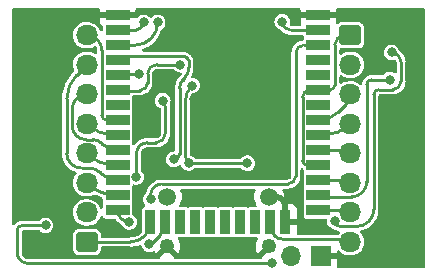
<source format=gbr>
%TF.GenerationSoftware,KiCad,Pcbnew,(6.0.10-0)*%
%TF.CreationDate,2023-01-05T15:56:50+00:00*%
%TF.ProjectId,Generic2,47656e65-7269-4633-922e-6b696361645f,1*%
%TF.SameCoordinates,Original*%
%TF.FileFunction,Copper,L2,Bot*%
%TF.FilePolarity,Positive*%
%FSLAX46Y46*%
G04 Gerber Fmt 4.6, Leading zero omitted, Abs format (unit mm)*
G04 Created by KiCad (PCBNEW (6.0.10-0)) date 2023-01-05 15:56:50*
%MOMM*%
%LPD*%
G01*
G04 APERTURE LIST*
G04 Aperture macros list*
%AMRoundRect*
0 Rectangle with rounded corners*
0 $1 Rounding radius*
0 $2 $3 $4 $5 $6 $7 $8 $9 X,Y pos of 4 corners*
0 Add a 4 corners polygon primitive as box body*
4,1,4,$2,$3,$4,$5,$6,$7,$8,$9,$2,$3,0*
0 Add four circle primitives for the rounded corners*
1,1,$1+$1,$2,$3*
1,1,$1+$1,$4,$5*
1,1,$1+$1,$6,$7*
1,1,$1+$1,$8,$9*
0 Add four rect primitives between the rounded corners*
20,1,$1+$1,$2,$3,$4,$5,0*
20,1,$1+$1,$4,$5,$6,$7,0*
20,1,$1+$1,$6,$7,$8,$9,0*
20,1,$1+$1,$8,$9,$2,$3,0*%
G04 Aperture macros list end*
%TA.AperFunction,ComponentPad*%
%ADD10C,1.500000*%
%TD*%
%TA.AperFunction,ComponentPad*%
%ADD11C,1.250000*%
%TD*%
%TA.AperFunction,ComponentPad*%
%ADD12C,0.670000*%
%TD*%
%TA.AperFunction,ComponentPad*%
%ADD13R,1.700000X1.700000*%
%TD*%
%TA.AperFunction,ComponentPad*%
%ADD14O,1.700000X1.700000*%
%TD*%
%TA.AperFunction,SMDPad,CuDef*%
%ADD15R,2.000000X0.900000*%
%TD*%
%TA.AperFunction,SMDPad,CuDef*%
%ADD16R,0.900000X2.000000*%
%TD*%
%TA.AperFunction,SMDPad,CuDef*%
%ADD17R,5.000000X5.000000*%
%TD*%
%TA.AperFunction,ComponentPad*%
%ADD18RoundRect,0.250000X0.675000X-0.600000X0.675000X0.600000X-0.675000X0.600000X-0.675000X-0.600000X0*%
%TD*%
%TA.AperFunction,ComponentPad*%
%ADD19O,1.850000X1.700000*%
%TD*%
%TA.AperFunction,ComponentPad*%
%ADD20RoundRect,0.250000X-0.675000X0.600000X-0.675000X-0.600000X0.675000X-0.600000X0.675000X0.600000X0*%
%TD*%
%TA.AperFunction,ViaPad*%
%ADD21C,0.800000*%
%TD*%
%TA.AperFunction,Conductor*%
%ADD22C,0.500000*%
%TD*%
%TA.AperFunction,Conductor*%
%ADD23C,0.250000*%
%TD*%
G04 APERTURE END LIST*
D10*
%TO.P,J3,S1,SHIELD*%
%TO.N,GND*%
X143380000Y-103670000D03*
X152020000Y-103670000D03*
D11*
X143380000Y-107840000D03*
X152020000Y-107840000D03*
D12*
X144810000Y-104160000D03*
X150590000Y-104160000D03*
%TD*%
D13*
%TO.P,J4,1,GND*%
%TO.N,GND*%
X156400000Y-108700000D03*
D14*
%TO.P,J4,2,DC*%
%TO.N,DC*%
X153860000Y-108700000D03*
%TD*%
D15*
%TO.P,U1,1,GND*%
%TO.N,GND*%
X156200000Y-88295000D03*
%TO.P,U1,2,VDD*%
%TO.N,+3V3*%
X156200000Y-89565000D03*
%TO.P,U1,3,EN*%
%TO.N,EN*%
X156200000Y-90835000D03*
%TO.P,U1,4,SENSOR_VP*%
%TO.N,unconnected-(U1-Pad4)*%
X156200000Y-92105000D03*
%TO.P,U1,5,SENSOR_VN*%
%TO.N,unconnected-(U1-Pad5)*%
X156200000Y-93375000D03*
%TO.P,U1,6,IO34*%
%TO.N,R1*%
X156200000Y-94645000D03*
%TO.P,U1,7,IO35*%
%TO.N,unconnected-(U1-Pad7)*%
X156200000Y-95915000D03*
%TO.P,U1,8,IO32*%
%TO.N,R3*%
X156200000Y-97185000D03*
%TO.P,U1,9,IO33*%
%TO.N,R4*%
X156200000Y-98455000D03*
%TO.P,U1,10,IO25*%
%TO.N,R5*%
X156200000Y-99725000D03*
%TO.P,U1,11,IO26*%
%TO.N,R1*%
X156200000Y-100995000D03*
%TO.P,U1,12,IO27*%
%TO.N,R6*%
X156200000Y-102265000D03*
%TO.P,U1,13,IO14*%
%TO.N,R2*%
X156200000Y-103535000D03*
%TO.P,U1,14,IO12*%
%TO.N,R7*%
X156200000Y-104805000D03*
D16*
%TO.P,U1,15,GND*%
%TO.N,GND*%
X153415000Y-105805000D03*
%TO.P,U1,16,IO13*%
%TO.N,R8*%
X152145000Y-105805000D03*
%TO.P,U1,17,SHD/SD2*%
%TO.N,unconnected-(U1-Pad17)*%
X150875000Y-105805000D03*
%TO.P,U1,18,SWP/SD3*%
%TO.N,unconnected-(U1-Pad18)*%
X149605000Y-105805000D03*
%TO.P,U1,19,SCS/CMD*%
%TO.N,unconnected-(U1-Pad19)*%
X148335000Y-105805000D03*
%TO.P,U1,20,SCK/CLK*%
%TO.N,unconnected-(U1-Pad20)*%
X147065000Y-105805000D03*
%TO.P,U1,21,SDO/SD0*%
%TO.N,unconnected-(U1-Pad21)*%
X145795000Y-105805000D03*
%TO.P,U1,22,SDI/SD1*%
%TO.N,unconnected-(U1-Pad22)*%
X144525000Y-105805000D03*
%TO.P,U1,23,IO15*%
%TO.N,L2*%
X143255000Y-105805000D03*
%TO.P,U1,24,IO2*%
%TO.N,L1*%
X141985000Y-105805000D03*
D15*
%TO.P,U1,25,IO0*%
%TO.N,GPIO0*%
X139200000Y-104805000D03*
%TO.P,U1,26,IO4*%
%TO.N,L3*%
X139200000Y-103535000D03*
%TO.P,U1,27,IO16*%
%TO.N,L7*%
X139200000Y-102265000D03*
%TO.P,U1,28,IO17*%
%TO.N,L4*%
X139200000Y-100995000D03*
%TO.P,U1,29,IO5*%
%TO.N,L6*%
X139200000Y-99725000D03*
%TO.P,U1,30,IO18*%
%TO.N,L5*%
X139200000Y-98455000D03*
%TO.P,U1,31,IO19*%
%TO.N,L8*%
X139200000Y-97185000D03*
%TO.P,U1,32,NC*%
%TO.N,unconnected-(U1-Pad32)*%
X139200000Y-95915000D03*
%TO.P,U1,33,IO21*%
%TO.N,G*%
X139200000Y-94645000D03*
%TO.P,U1,34,RXD0/IO3*%
%TO.N,I*%
X139200000Y-93375000D03*
%TO.P,U1,35,TXD0/IO1*%
%TO.N,O*%
X139200000Y-92105000D03*
%TO.P,U1,36,IO22*%
%TO.N,B*%
X139200000Y-90835000D03*
%TO.P,U1,37,IO23*%
%TO.N,R*%
X139200000Y-89565000D03*
%TO.P,U1,38,GND*%
%TO.N,GND*%
X139200000Y-88295000D03*
D17*
%TO.P,U1,39,GND*%
X148700000Y-95795000D03*
%TD*%
D18*
%TO.P,J1,1,Pin_1*%
%TO.N,L1*%
X136600000Y-107500000D03*
D19*
%TO.P,J1,2,Pin_2*%
%TO.N,Net-(J1-Pad2)*%
X136600000Y-105000000D03*
%TO.P,J1,3,Pin_3*%
%TO.N,L3*%
X136600000Y-102500000D03*
%TO.P,J1,4,Pin_4*%
%TO.N,L4*%
X136600000Y-100000000D03*
%TO.P,J1,5,Pin_5*%
%TO.N,L5*%
X136600000Y-97500000D03*
%TO.P,J1,6,Pin_6*%
%TO.N,L6*%
X136600000Y-95000000D03*
%TO.P,J1,7,Pin_7*%
%TO.N,L7*%
X136600000Y-92500000D03*
%TO.P,J1,8,Pin_8*%
%TO.N,L8*%
X136600000Y-90000000D03*
%TD*%
D20*
%TO.P,J2,1,Pin_1*%
%TO.N,R1*%
X158900000Y-90000000D03*
D19*
%TO.P,J2,2,Pin_2*%
%TO.N,Net-(J2-Pad2)*%
X158900000Y-92500000D03*
%TO.P,J2,3,Pin_3*%
%TO.N,R3*%
X158900000Y-95000000D03*
%TO.P,J2,4,Pin_4*%
%TO.N,R4*%
X158900000Y-97500000D03*
%TO.P,J2,5,Pin_5*%
%TO.N,R5*%
X158900000Y-100000000D03*
%TO.P,J2,6,Pin_6*%
%TO.N,R6*%
X158900000Y-102500000D03*
%TO.P,J2,7,Pin_7*%
%TO.N,R7*%
X158900000Y-105000000D03*
%TO.P,J2,8,Pin_8*%
%TO.N,R8*%
X158900000Y-107500000D03*
%TD*%
D21*
%TO.N,GND*%
X133400000Y-96950000D03*
X149361658Y-98969837D03*
X152900000Y-91950000D03*
X134700000Y-92350000D03*
X141450000Y-98050000D03*
X146000000Y-88950000D03*
X162100000Y-88550000D03*
X163800000Y-108550000D03*
X145696481Y-95397293D03*
%TO.N,+3V3*%
X153140500Y-88850000D03*
X140800000Y-102000000D03*
X143024567Y-95536128D03*
%TO.N,VBUS*%
X150183266Y-100828189D03*
X145230865Y-100824500D03*
X145500000Y-94250000D03*
%TO.N,O*%
X143950000Y-100500000D03*
%TO.N,I*%
X141000000Y-93300000D03*
%TO.N,EN*%
X142000000Y-103900000D03*
%TO.N,GPIO0*%
X140200000Y-105800000D03*
%TO.N,DC*%
X157570566Y-105726256D03*
X152300000Y-109300000D03*
X162400000Y-91450000D03*
X133100000Y-106100000D03*
%TO.N,R*%
X141400000Y-88900000D03*
%TO.N,G*%
X144522672Y-92475500D03*
%TO.N,B*%
X142600000Y-88900000D03*
%TO.N,L2*%
X141900000Y-107700000D03*
%TO.N,R2*%
X162250000Y-93750000D03*
%TD*%
D22*
%TO.N,GND*%
X152020000Y-103670000D02*
X152570000Y-103670000D01*
X153400000Y-104500000D02*
X153400000Y-105790000D01*
X153415000Y-105805000D02*
G75*
G02*
X153400000Y-105790000I0J15000D01*
G01*
X153400000Y-104500000D02*
G75*
G03*
X152570000Y-103670000I-830000J0D01*
G01*
D23*
%TO.N,+3V3*%
X143251000Y-96070208D02*
X143251000Y-98310201D01*
X156200000Y-89565000D02*
X153855500Y-89565000D01*
X141700000Y-99100000D02*
X142461201Y-99100000D01*
X140800000Y-102000000D02*
X140800000Y-100000000D01*
X153140500Y-88850000D02*
G75*
G03*
X153855500Y-89565000I715000J0D01*
G01*
X143251000Y-98310201D02*
G75*
G02*
X142461201Y-99100000I-789800J1D01*
G01*
X141700000Y-99100000D02*
G75*
G03*
X140800000Y-100000000I0J-900000D01*
G01*
X143251007Y-96082785D02*
G75*
G03*
X143024567Y-95536128I-773107J-15D01*
G01*
%TO.N,VBUS*%
X144941918Y-95691918D02*
X144941918Y-95597329D01*
X144941918Y-100126921D02*
X144941918Y-95691918D01*
X150179577Y-100824500D02*
X150183266Y-100828189D01*
X145230865Y-100824500D02*
X150179577Y-100824500D01*
X144941891Y-100126921D02*
G75*
G03*
X145230865Y-100824500I986509J21D01*
G01*
X145499991Y-94249991D02*
G75*
G03*
X144941918Y-95597329I1347309J-1347309D01*
G01*
%TO.N,L4*%
X139200000Y-100995000D02*
X139002142Y-100995000D01*
X136599988Y-100000012D02*
G75*
G03*
X139002142Y-100995000I2402112J2402112D01*
G01*
%TO.N,L3*%
X139200000Y-103535000D02*
X139098711Y-103535000D01*
X136599997Y-102500003D02*
G75*
G03*
X139098711Y-103535000I2498703J2498703D01*
G01*
%TO.N,L6*%
X135350480Y-96249520D02*
X135350480Y-97650480D01*
X136525480Y-98825480D02*
X137137251Y-98825480D01*
X137800000Y-99100000D02*
X137876992Y-99176992D01*
X139200000Y-99725004D02*
G75*
G02*
X137876992Y-99176992I0J1871004D01*
G01*
X137799985Y-99100015D02*
G75*
G03*
X137137251Y-98825480I-662785J-662785D01*
G01*
X135350500Y-96249520D02*
G75*
G02*
X136600000Y-95000000I1249500J20D01*
G01*
X136525480Y-98825520D02*
G75*
G02*
X135350480Y-97650480I20J1175020D01*
G01*
%TO.N,L5*%
X139200000Y-98455000D02*
X138905573Y-98455000D01*
X136600008Y-97499992D02*
G75*
G03*
X138905573Y-98455000I2305592J2305592D01*
G01*
%TO.N,O*%
X144966853Y-91841150D02*
X144844933Y-91782436D01*
X144750000Y-93750000D02*
X144822908Y-93677092D01*
X145245847Y-92285167D02*
X145215736Y-92153239D01*
X145157022Y-92031319D02*
X145072651Y-91925521D01*
X145072651Y-91925521D02*
X144966853Y-91841150D01*
X139554001Y-91750999D02*
X139200000Y-92105000D01*
X144449510Y-100036755D02*
X144449510Y-94475447D01*
X143950000Y-100500000D02*
X143986265Y-100500000D01*
X145247173Y-92652827D02*
X145247173Y-92352827D01*
X145247173Y-92352827D02*
X145245847Y-92285167D01*
X144713005Y-91752325D02*
X144645345Y-91750999D01*
X144844933Y-91782436D02*
X144713005Y-91752325D01*
X145215736Y-92153239D02*
X145157022Y-92031319D01*
X144645345Y-91750999D02*
X139554001Y-91750999D01*
X145247178Y-92652827D02*
G75*
G02*
X144822907Y-93677091I-1448578J27D01*
G01*
X144449500Y-100036755D02*
G75*
G02*
X143986265Y-100500000I-463200J-45D01*
G01*
X144749986Y-93749986D02*
G75*
G03*
X144449510Y-94475447I725414J-725414D01*
G01*
%TO.N,I*%
X141000000Y-93300000D02*
X139275000Y-93300000D01*
X139200000Y-93375000D02*
G75*
G02*
X139275000Y-93300000I75000J0D01*
G01*
%TO.N,L8*%
X139200000Y-97185000D02*
X138285000Y-97185000D01*
X137875489Y-96775489D02*
X137875489Y-91275489D01*
X137875500Y-96775489D02*
G75*
G03*
X138285000Y-97185000I409500J-11D01*
G01*
X136600000Y-90000011D02*
G75*
G02*
X137875489Y-91275489I0J-1275489D01*
G01*
%TO.N,L7*%
X134900969Y-100000969D02*
X134900969Y-95399031D01*
X137774566Y-101674566D02*
X137700000Y-101600000D01*
X136150000Y-101250000D02*
X136855026Y-101250000D01*
X136600000Y-92500000D02*
X135749498Y-93350502D01*
X137774559Y-101674573D02*
G75*
G03*
X139200000Y-102265000I1425441J1425473D01*
G01*
X136855026Y-101249990D02*
G75*
G02*
X137700000Y-101600000I-26J-1195010D01*
G01*
X136150000Y-101250031D02*
G75*
G02*
X134900969Y-100000969I0J1249031D01*
G01*
X134900984Y-95399031D02*
G75*
G02*
X135749498Y-93350502I2897016J31D01*
G01*
%TO.N,EN*%
X142000000Y-103900000D02*
X142000000Y-103530411D01*
X142934922Y-102595489D02*
X153604511Y-102595489D01*
X154950000Y-90835000D02*
X156200000Y-90835000D01*
X154300000Y-101900000D02*
X154300000Y-91485000D01*
X142934922Y-102595500D02*
G75*
G03*
X142000000Y-103530411I-22J-934900D01*
G01*
X154950000Y-90835000D02*
G75*
G03*
X154300000Y-91485000I0J-650000D01*
G01*
X154299989Y-101900000D02*
G75*
G02*
X153604511Y-102595489I-695489J0D01*
G01*
%TO.N,R4*%
X156200000Y-98455000D02*
X156594427Y-98455000D01*
X158899992Y-97499992D02*
G75*
G02*
X156594427Y-98455000I-2305592J2305592D01*
G01*
%TO.N,R3*%
X156200000Y-97185000D02*
X156246264Y-97185000D01*
X157900000Y-96500000D02*
X158546446Y-95853554D01*
X158900001Y-95000000D02*
G75*
G02*
X158546445Y-95853553I-1207101J0D01*
G01*
X157900011Y-96500011D02*
G75*
G02*
X156246264Y-97185000I-1653711J1653711D01*
G01*
%TO.N,R6*%
X156200000Y-102265000D02*
X158332660Y-102265000D01*
X158900012Y-102499988D02*
G75*
G03*
X158332660Y-102265000I-567312J-567312D01*
G01*
%TO.N,GPIO0*%
X140200000Y-105800000D02*
X140195000Y-105800000D01*
X139200000Y-104805000D02*
G75*
G03*
X140195000Y-105800000I995000J0D01*
G01*
%TO.N,DC*%
X160900000Y-104736022D02*
X160900000Y-95000000D01*
X133100000Y-106100000D02*
X131100000Y-106100000D01*
X163200000Y-93900000D02*
X163200000Y-92250000D01*
X130700000Y-108400000D02*
X130700000Y-106500000D01*
X159119900Y-106180100D02*
X159460698Y-106175324D01*
X158024410Y-106180100D02*
X159119900Y-106180100D01*
X152300000Y-109300000D02*
X131600000Y-109300000D01*
X161300000Y-94600000D02*
X162500000Y-94600000D01*
X158024410Y-106180134D02*
G75*
G02*
X157570566Y-105726256I-10J453834D01*
G01*
X161300000Y-94600000D02*
G75*
G03*
X160900000Y-95000000I0J-400000D01*
G01*
X163200000Y-93900000D02*
G75*
G02*
X162500000Y-94600000I-700000J0D01*
G01*
X162400000Y-91450000D02*
G75*
G02*
X163200000Y-92250000I0J-800000D01*
G01*
X160900024Y-104736022D02*
G75*
G02*
X159460698Y-106175324I-1439324J22D01*
G01*
X130700000Y-106500000D02*
G75*
G02*
X131100000Y-106100000I400000J0D01*
G01*
X130700000Y-108400000D02*
G75*
G03*
X131600000Y-109300000I900000J0D01*
G01*
%TO.N,R*%
X139200000Y-89565000D02*
X140735000Y-89565000D01*
X140735000Y-89565000D02*
G75*
G03*
X141400000Y-88900000I0J665000D01*
G01*
X141400000Y-88850000D02*
G75*
G02*
X140685000Y-89565000I-715000J0D01*
G01*
%TO.N,G*%
X139230000Y-94675000D02*
X141075000Y-94675000D01*
X141750000Y-94000000D02*
X141750000Y-93250000D01*
X144522672Y-92475500D02*
X142524500Y-92475500D01*
X139230000Y-94675000D02*
G75*
G02*
X139200000Y-94645000I0J30000D01*
G01*
X141750000Y-94000000D02*
G75*
G02*
X141075000Y-94675000I-675000J0D01*
G01*
X141750000Y-93250000D02*
G75*
G02*
X142524500Y-92475500I774500J0D01*
G01*
%TO.N,B*%
X139200000Y-90835000D02*
X140715000Y-90835000D01*
X142600000Y-88950000D02*
G75*
G02*
X140715000Y-90835000I-1885000J0D01*
G01*
X140665000Y-90835000D02*
G75*
G03*
X142600000Y-88900000I0J1935000D01*
G01*
%TO.N,R5*%
X156200000Y-99725000D02*
X158236092Y-99725000D01*
X158900003Y-99999997D02*
G75*
G03*
X158236092Y-99725000I-663903J-663903D01*
G01*
%TO.N,R8*%
X152145000Y-106104012D02*
X152145000Y-105805000D01*
X153142495Y-107250000D02*
X158296447Y-107250000D01*
X152511407Y-106988593D02*
G75*
G03*
X153142495Y-107250000I631093J631093D01*
G01*
X158899986Y-107500014D02*
G75*
G03*
X158296447Y-107250000I-603586J-603586D01*
G01*
X152144996Y-106104012D02*
G75*
G03*
X152511407Y-106988593I1251004J12D01*
G01*
%TO.N,R7*%
X156200000Y-104805000D02*
X158429229Y-104805000D01*
X158899992Y-105000008D02*
G75*
G03*
X158429229Y-104805000I-470792J-470792D01*
G01*
%TO.N,L1*%
X136600000Y-107500000D02*
X140290000Y-107500000D01*
X141985000Y-105805000D02*
G75*
G02*
X140290000Y-107500000I-1695000J0D01*
G01*
%TO.N,R1*%
X156200000Y-94645000D02*
X157155000Y-94645000D01*
X154875489Y-95224511D02*
X154875489Y-100624511D01*
X156200000Y-100995000D02*
X155245978Y-100995000D01*
X157600000Y-90800000D02*
X157600000Y-94200000D01*
X158900000Y-90000000D02*
X158400000Y-90000000D01*
X156200000Y-94645000D02*
X155455000Y-94645000D01*
X157600000Y-94200000D02*
G75*
G02*
X157155000Y-94645000I-445000J0D01*
G01*
X157600000Y-90800000D02*
G75*
G02*
X158400000Y-90000000I800000J0D01*
G01*
X154875500Y-95224511D02*
G75*
G02*
X155455000Y-94645000I579500J11D01*
G01*
X154875500Y-100624511D02*
G75*
G03*
X155245978Y-100995000I370500J11D01*
G01*
%TO.N,L2*%
X142802451Y-106897549D02*
X142070711Y-107629289D01*
X142802452Y-106897550D02*
G75*
G03*
X143255000Y-105805000I-1092552J1092550D01*
G01*
X141900000Y-107700006D02*
G75*
G03*
X142070711Y-107629289I0J241406D01*
G01*
%TO.N,R2*%
X156200000Y-103535000D02*
X156339520Y-103674520D01*
X156339520Y-103674520D02*
X159025480Y-103674520D01*
X162250000Y-93750000D02*
X160700000Y-93750000D01*
X160300000Y-102400000D02*
X160300000Y-94150000D01*
X160700000Y-93750000D02*
G75*
G03*
X160300000Y-94150000I0J-400000D01*
G01*
X160300020Y-102400000D02*
G75*
G02*
X159025480Y-103674520I-1274520J0D01*
G01*
%TD*%
%TA.AperFunction,Conductor*%
%TO.N,GND*%
G36*
X137634121Y-87724002D02*
G01*
X137680614Y-87777658D01*
X137692000Y-87830000D01*
X137692000Y-88022885D01*
X137696475Y-88038124D01*
X137697865Y-88039329D01*
X137705548Y-88041000D01*
X140689884Y-88041000D01*
X140705123Y-88036525D01*
X140706328Y-88035135D01*
X140707999Y-88027452D01*
X140707999Y-87830000D01*
X140728001Y-87761879D01*
X140781657Y-87715386D01*
X140833999Y-87704000D01*
X154566000Y-87704000D01*
X154634121Y-87724002D01*
X154680614Y-87777658D01*
X154692000Y-87830000D01*
X154692000Y-88022885D01*
X154696475Y-88038124D01*
X154697865Y-88039329D01*
X154705548Y-88041000D01*
X157689884Y-88041000D01*
X157705123Y-88036525D01*
X157706328Y-88035135D01*
X157707999Y-88027452D01*
X157707999Y-87830000D01*
X157728001Y-87761879D01*
X157781657Y-87715386D01*
X157833999Y-87704000D01*
X165120000Y-87704000D01*
X165188121Y-87724002D01*
X165234614Y-87777658D01*
X165246000Y-87830000D01*
X165246000Y-109570000D01*
X165225998Y-109638121D01*
X165172342Y-109684614D01*
X165120000Y-109696000D01*
X157884000Y-109696000D01*
X157815879Y-109675998D01*
X157769386Y-109622342D01*
X157758000Y-109570000D01*
X157758000Y-108972115D01*
X157753525Y-108956876D01*
X157752135Y-108955671D01*
X157744452Y-108954000D01*
X156272000Y-108954000D01*
X156203879Y-108933998D01*
X156157386Y-108880342D01*
X156146000Y-108828000D01*
X156146000Y-108572000D01*
X156166002Y-108503879D01*
X156219658Y-108457386D01*
X156272000Y-108446000D01*
X157739884Y-108446000D01*
X157755123Y-108441525D01*
X157756328Y-108440135D01*
X157757999Y-108432452D01*
X157757999Y-108299824D01*
X157778001Y-108231703D01*
X157831657Y-108185210D01*
X157901931Y-108175106D01*
X157966511Y-108204600D01*
X157979381Y-108217494D01*
X157981629Y-108220098D01*
X157985096Y-108224986D01*
X158137340Y-108370728D01*
X158142375Y-108373979D01*
X158309360Y-108481800D01*
X158309363Y-108481801D01*
X158314397Y-108485052D01*
X158509878Y-108563834D01*
X158632688Y-108587817D01*
X158712283Y-108603361D01*
X158712286Y-108603361D01*
X158716729Y-108604229D01*
X158722270Y-108604500D01*
X159027659Y-108604500D01*
X159184806Y-108589507D01*
X159244482Y-108572000D01*
X159381278Y-108531868D01*
X159387042Y-108530177D01*
X159470304Y-108487294D01*
X159569079Y-108436422D01*
X159569082Y-108436420D01*
X159574410Y-108433676D01*
X159650408Y-108373979D01*
X159735432Y-108307192D01*
X159735436Y-108307188D01*
X159740149Y-108303486D01*
X159787299Y-108249151D01*
X159874350Y-108148835D01*
X159874354Y-108148830D01*
X159878281Y-108144304D01*
X159983819Y-107961874D01*
X160052957Y-107762778D01*
X160054679Y-107750905D01*
X160082338Y-107560140D01*
X160082338Y-107560137D01*
X160083199Y-107554200D01*
X160073455Y-107343667D01*
X160050739Y-107249407D01*
X160025482Y-107144607D01*
X160025481Y-107144605D01*
X160024076Y-107138774D01*
X160015768Y-107120500D01*
X159952301Y-106980915D01*
X159936843Y-106946916D01*
X159814904Y-106775014D01*
X159810577Y-106770872D01*
X159810572Y-106770866D01*
X159769188Y-106731250D01*
X159733811Y-106669695D01*
X159737330Y-106598786D01*
X159778626Y-106541035D01*
X159831736Y-106516653D01*
X159928407Y-106497424D01*
X159932449Y-106496620D01*
X159936353Y-106495295D01*
X159936356Y-106495294D01*
X160154302Y-106421311D01*
X160158217Y-106419982D01*
X160161913Y-106418159D01*
X160161921Y-106418156D01*
X160368347Y-106316356D01*
X160372050Y-106314530D01*
X160570290Y-106182071D01*
X160749545Y-106024869D01*
X160906747Y-105845614D01*
X161039206Y-105647374D01*
X161088273Y-105547877D01*
X161142832Y-105437245D01*
X161142835Y-105437237D01*
X161144658Y-105433541D01*
X161173083Y-105349805D01*
X161219970Y-105211680D01*
X161219971Y-105211677D01*
X161221296Y-105207773D01*
X161267809Y-104973933D01*
X161270043Y-104939860D01*
X161279133Y-104801165D01*
X161279255Y-104799560D01*
X161279266Y-104799311D01*
X161279499Y-104796614D01*
X161279890Y-104796648D01*
X161280243Y-104795611D01*
X161279500Y-104795562D01*
X161282440Y-104750714D01*
X161282679Y-104748572D01*
X161282679Y-104747060D01*
X161282818Y-104744940D01*
X161284231Y-104736022D01*
X161281051Y-104715944D01*
X161279500Y-104696234D01*
X161279500Y-95105500D01*
X161299502Y-95037379D01*
X161353158Y-94990886D01*
X161405500Y-94979500D01*
X162460211Y-94979500D01*
X162479921Y-94981051D01*
X162499999Y-94984231D01*
X162508560Y-94982875D01*
X162510789Y-94982680D01*
X162511407Y-94982680D01*
X162512934Y-94982492D01*
X162688169Y-94967162D01*
X162821720Y-94931377D01*
X162865311Y-94919697D01*
X162865313Y-94919696D01*
X162870621Y-94918274D01*
X162933691Y-94888864D01*
X163036825Y-94840772D01*
X163036830Y-94840769D01*
X163041812Y-94838446D01*
X163150844Y-94762101D01*
X163192029Y-94733263D01*
X163192032Y-94733261D01*
X163196540Y-94730104D01*
X163330104Y-94596540D01*
X163438446Y-94441812D01*
X163440769Y-94436830D01*
X163440772Y-94436825D01*
X163515951Y-94275603D01*
X163515952Y-94275601D01*
X163518274Y-94270621D01*
X163520964Y-94260584D01*
X163543003Y-94178332D01*
X163567162Y-94088169D01*
X163577038Y-93975277D01*
X163577961Y-93969158D01*
X163579018Y-93966149D01*
X163579500Y-93960584D01*
X163579500Y-93952644D01*
X163579979Y-93941665D01*
X163582491Y-93912947D01*
X163582680Y-93911408D01*
X163582680Y-93910789D01*
X163582875Y-93908560D01*
X163584231Y-93899999D01*
X163581051Y-93879921D01*
X163579500Y-93860211D01*
X163579500Y-92289788D01*
X163581051Y-92270077D01*
X163582680Y-92259794D01*
X163582680Y-92259793D01*
X163584231Y-92250000D01*
X163582679Y-92240203D01*
X163582679Y-92239836D01*
X163581688Y-92231467D01*
X163568580Y-92064915D01*
X163567426Y-92060108D01*
X163567425Y-92060102D01*
X163526394Y-91889199D01*
X163525239Y-91884387D01*
X163507712Y-91842072D01*
X163472683Y-91757506D01*
X163454191Y-91712863D01*
X163384193Y-91598635D01*
X163359776Y-91558790D01*
X163359774Y-91558787D01*
X163357186Y-91554564D01*
X163344752Y-91540005D01*
X163239819Y-91417145D01*
X163236611Y-91413389D01*
X163230567Y-91408227D01*
X163099203Y-91296031D01*
X163099200Y-91296029D01*
X163095436Y-91292814D01*
X163060476Y-91271390D01*
X163012845Y-91218743D01*
X163008445Y-91208496D01*
X162986964Y-91151649D01*
X162984280Y-91144546D01*
X162956504Y-91104131D01*
X162898855Y-91020251D01*
X162898854Y-91020249D01*
X162894553Y-91013992D01*
X162776275Y-90908611D01*
X162768889Y-90904700D01*
X162669254Y-90851946D01*
X162636274Y-90834484D01*
X162482633Y-90795892D01*
X162475034Y-90795852D01*
X162475033Y-90795852D01*
X162409181Y-90795507D01*
X162324221Y-90795062D01*
X162316841Y-90796834D01*
X162316839Y-90796834D01*
X162177563Y-90830271D01*
X162177560Y-90830272D01*
X162170184Y-90832043D01*
X162029414Y-90904700D01*
X161910039Y-91008838D01*
X161818950Y-91138444D01*
X161816190Y-91145524D01*
X161787453Y-91219231D01*
X161761406Y-91286037D01*
X161760414Y-91293570D01*
X161760414Y-91293571D01*
X161741793Y-91435017D01*
X161740729Y-91443096D01*
X161745356Y-91485001D01*
X161756934Y-91589873D01*
X161758113Y-91600553D01*
X161760723Y-91607684D01*
X161760723Y-91607686D01*
X161794453Y-91699857D01*
X161812553Y-91749319D01*
X161816789Y-91755622D01*
X161816789Y-91755623D01*
X161833103Y-91779900D01*
X161900908Y-91880805D01*
X161906527Y-91885918D01*
X161906528Y-91885919D01*
X161988358Y-91960378D01*
X162018076Y-91987419D01*
X162157293Y-92063008D01*
X162310522Y-92103207D01*
X162394477Y-92104526D01*
X162461319Y-92105576D01*
X162461322Y-92105576D01*
X162468916Y-92105695D01*
X162623332Y-92070329D01*
X162630119Y-92066916D01*
X162637265Y-92064343D01*
X162637958Y-92066268D01*
X162697528Y-92055406D01*
X162763171Y-92082454D01*
X162803769Y-92140697D01*
X162809213Y-92164263D01*
X162816243Y-92217662D01*
X162817321Y-92234112D01*
X162817321Y-92240204D01*
X162815769Y-92250000D01*
X162817320Y-92259793D01*
X162817320Y-92259794D01*
X162818949Y-92270077D01*
X162820500Y-92289788D01*
X162820500Y-93103697D01*
X162800498Y-93171818D01*
X162746842Y-93218311D01*
X162676568Y-93228415D01*
X162626279Y-93208614D01*
X162626275Y-93208611D01*
X162486274Y-93134484D01*
X162332633Y-93095892D01*
X162325034Y-93095852D01*
X162325033Y-93095852D01*
X162259181Y-93095507D01*
X162174221Y-93095062D01*
X162166841Y-93096834D01*
X162166839Y-93096834D01*
X162027563Y-93130271D01*
X162027560Y-93130272D01*
X162020184Y-93132043D01*
X161879414Y-93204700D01*
X161760039Y-93308838D01*
X161755672Y-93315051D01*
X161755667Y-93315057D01*
X161754336Y-93316951D01*
X161753013Y-93318005D01*
X161750589Y-93320697D01*
X161750140Y-93320293D01*
X161698802Y-93361183D01*
X161651250Y-93370500D01*
X160739789Y-93370500D01*
X160720078Y-93368949D01*
X160709795Y-93367320D01*
X160709794Y-93367320D01*
X160700001Y-93365769D01*
X160687650Y-93367725D01*
X160680303Y-93368668D01*
X160547192Y-93381778D01*
X160400255Y-93426351D01*
X160394800Y-93429267D01*
X160394797Y-93429268D01*
X160270296Y-93495815D01*
X160264837Y-93498733D01*
X160146143Y-93596143D01*
X160048733Y-93714837D01*
X160045816Y-93720295D01*
X160045815Y-93720296D01*
X159987520Y-93829360D01*
X159976351Y-93850255D01*
X159931778Y-93997192D01*
X159925240Y-94063578D01*
X159924997Y-94066043D01*
X159923201Y-94077531D01*
X159920982Y-94083851D01*
X159920500Y-94089416D01*
X159920500Y-94090812D01*
X159918630Y-94099498D01*
X159916559Y-94099052D01*
X159897801Y-94154025D01*
X159842186Y-94198155D01*
X159771541Y-94205212D01*
X159707716Y-94172404D01*
X159666990Y-94133417D01*
X159662660Y-94129272D01*
X159615212Y-94098635D01*
X159490640Y-94018200D01*
X159490637Y-94018199D01*
X159485603Y-94014948D01*
X159290122Y-93936166D01*
X159148760Y-93908560D01*
X159087717Y-93896639D01*
X159087714Y-93896639D01*
X159083271Y-93895771D01*
X159077730Y-93895500D01*
X158772341Y-93895500D01*
X158615194Y-93910493D01*
X158609434Y-93912183D01*
X158609433Y-93912183D01*
X158448071Y-93959522D01*
X158412958Y-93969823D01*
X158407619Y-93972573D01*
X158230921Y-94063578D01*
X158230918Y-94063580D01*
X158225590Y-94066324D01*
X158213236Y-94076028D01*
X158183333Y-94099517D01*
X158117407Y-94125867D01*
X158047701Y-94112392D01*
X157996346Y-94063370D01*
X157979500Y-94000431D01*
X157979500Y-93500153D01*
X157999502Y-93432032D01*
X158053158Y-93385539D01*
X158123432Y-93375435D01*
X158173847Y-93394301D01*
X158309355Y-93481797D01*
X158309359Y-93481799D01*
X158314397Y-93485052D01*
X158319960Y-93487294D01*
X158351867Y-93500153D01*
X158509878Y-93563834D01*
X158610024Y-93583391D01*
X158712283Y-93603361D01*
X158712286Y-93603361D01*
X158716729Y-93604229D01*
X158722270Y-93604500D01*
X159027659Y-93604500D01*
X159184806Y-93589507D01*
X159205654Y-93583391D01*
X159381278Y-93531868D01*
X159387042Y-93530177D01*
X159472186Y-93486325D01*
X159569079Y-93436422D01*
X159569082Y-93436420D01*
X159574410Y-93433676D01*
X159648554Y-93375435D01*
X159735432Y-93307192D01*
X159735436Y-93307188D01*
X159740149Y-93303486D01*
X159760642Y-93279870D01*
X159874350Y-93148835D01*
X159874354Y-93148830D01*
X159878281Y-93144304D01*
X159983819Y-92961874D01*
X160052957Y-92762778D01*
X160054129Y-92754700D01*
X160082338Y-92560140D01*
X160082338Y-92560137D01*
X160083199Y-92554200D01*
X160073455Y-92343667D01*
X160068578Y-92323428D01*
X160025482Y-92144607D01*
X160025481Y-92144605D01*
X160024076Y-92138774D01*
X159993727Y-92072024D01*
X159939323Y-91952371D01*
X159936843Y-91946916D01*
X159814904Y-91775014D01*
X159662660Y-91629272D01*
X159606489Y-91593003D01*
X159490640Y-91518200D01*
X159490637Y-91518199D01*
X159485603Y-91514948D01*
X159290122Y-91436166D01*
X159121948Y-91403324D01*
X159087717Y-91396639D01*
X159087714Y-91396639D01*
X159083271Y-91395771D01*
X159077730Y-91395500D01*
X158772341Y-91395500D01*
X158615194Y-91410493D01*
X158609434Y-91412183D01*
X158609433Y-91412183D01*
X158493665Y-91446146D01*
X158412958Y-91469823D01*
X158385391Y-91484021D01*
X158230921Y-91563578D01*
X158230918Y-91563580D01*
X158225590Y-91566324D01*
X158220875Y-91570028D01*
X158183333Y-91599517D01*
X158117407Y-91625867D01*
X158047701Y-91612392D01*
X157996346Y-91563370D01*
X157979500Y-91500431D01*
X157979500Y-91223447D01*
X157999502Y-91155326D01*
X158053158Y-91108833D01*
X158119107Y-91098184D01*
X158177244Y-91104500D01*
X159622756Y-91104500D01*
X159633241Y-91103361D01*
X159676597Y-91098651D01*
X159676598Y-91098651D01*
X159684448Y-91097798D01*
X159691841Y-91095026D01*
X159691843Y-91095026D01*
X159752339Y-91072347D01*
X159819764Y-91047071D01*
X159826943Y-91041691D01*
X159826946Y-91041689D01*
X159914977Y-90975713D01*
X159935404Y-90960404D01*
X160000176Y-90873979D01*
X160016689Y-90851946D01*
X160016691Y-90851943D01*
X160022071Y-90844764D01*
X160055704Y-90755046D01*
X160070026Y-90716843D01*
X160070026Y-90716841D01*
X160072798Y-90709448D01*
X160079500Y-90647756D01*
X160079500Y-89352244D01*
X160072798Y-89290552D01*
X160066781Y-89274500D01*
X160039244Y-89201045D01*
X160022071Y-89155236D01*
X160016691Y-89148057D01*
X160016689Y-89148054D01*
X159940785Y-89046776D01*
X159935404Y-89039596D01*
X159899525Y-89012706D01*
X159826946Y-88958311D01*
X159826943Y-88958309D01*
X159819764Y-88952929D01*
X159705044Y-88909923D01*
X159691843Y-88904974D01*
X159691841Y-88904974D01*
X159684448Y-88902202D01*
X159676598Y-88901349D01*
X159676597Y-88901349D01*
X159626153Y-88895869D01*
X159626152Y-88895869D01*
X159622756Y-88895500D01*
X158177244Y-88895500D01*
X158173848Y-88895869D01*
X158173847Y-88895869D01*
X158123403Y-88901349D01*
X158123402Y-88901349D01*
X158115552Y-88902202D01*
X158108159Y-88904974D01*
X158108157Y-88904974D01*
X158094956Y-88909923D01*
X157980236Y-88952929D01*
X157973057Y-88958309D01*
X157973054Y-88958311D01*
X157957694Y-88969823D01*
X157886092Y-89023486D01*
X157819588Y-89048333D01*
X157750205Y-89033280D01*
X157699975Y-88983106D01*
X157684845Y-88913741D01*
X157692546Y-88878432D01*
X157698478Y-88862608D01*
X157702105Y-88847351D01*
X157707631Y-88796486D01*
X157708000Y-88789672D01*
X157708000Y-88567115D01*
X157703525Y-88551876D01*
X157702135Y-88550671D01*
X157694452Y-88549000D01*
X154710116Y-88549000D01*
X154694877Y-88553475D01*
X154693672Y-88554865D01*
X154692001Y-88562548D01*
X154692001Y-88789669D01*
X154692371Y-88796490D01*
X154697895Y-88847352D01*
X154701521Y-88862604D01*
X154746678Y-88983060D01*
X154755400Y-88998990D01*
X154770570Y-89068347D01*
X154745834Y-89134895D01*
X154689046Y-89177506D01*
X154644881Y-89185500D01*
X153896430Y-89185500D01*
X153828309Y-89165498D01*
X153781816Y-89111842D01*
X153771712Y-89041568D01*
X153774612Y-89027432D01*
X153777342Y-89020641D01*
X153794511Y-88900000D01*
X153799081Y-88867891D01*
X153799081Y-88867888D01*
X153799662Y-88863807D01*
X153799807Y-88850000D01*
X153780776Y-88692733D01*
X153724780Y-88544546D01*
X153702626Y-88512311D01*
X153639355Y-88420251D01*
X153639354Y-88420249D01*
X153635053Y-88413992D01*
X153516775Y-88308611D01*
X153509389Y-88304700D01*
X153383488Y-88238039D01*
X153383489Y-88238039D01*
X153376774Y-88234484D01*
X153223133Y-88195892D01*
X153215534Y-88195852D01*
X153215533Y-88195852D01*
X153149681Y-88195507D01*
X153064721Y-88195062D01*
X153057341Y-88196834D01*
X153057339Y-88196834D01*
X152918063Y-88230271D01*
X152918060Y-88230272D01*
X152910684Y-88232043D01*
X152769914Y-88304700D01*
X152650539Y-88408838D01*
X152559450Y-88538444D01*
X152501906Y-88686037D01*
X152500914Y-88693570D01*
X152500914Y-88693571D01*
X152487365Y-88796490D01*
X152481229Y-88843096D01*
X152487755Y-88902202D01*
X152496687Y-88983106D01*
X152498613Y-89000553D01*
X152501223Y-89007684D01*
X152501223Y-89007686D01*
X152547775Y-89134895D01*
X152553053Y-89149319D01*
X152557289Y-89155622D01*
X152557289Y-89155623D01*
X152586652Y-89199319D01*
X152641408Y-89280805D01*
X152647027Y-89285918D01*
X152647028Y-89285919D01*
X152752960Y-89382309D01*
X152758576Y-89387419D01*
X152765249Y-89391042D01*
X152891116Y-89459383D01*
X152891118Y-89459384D01*
X152897793Y-89463008D01*
X152905142Y-89464936D01*
X152905147Y-89464938D01*
X152915309Y-89467604D01*
X152976124Y-89504238D01*
X152986547Y-89517209D01*
X153010699Y-89551702D01*
X153010704Y-89551708D01*
X153013862Y-89556218D01*
X153149282Y-89691638D01*
X153153790Y-89694795D01*
X153153793Y-89694797D01*
X153279866Y-89783074D01*
X153306160Y-89801485D01*
X153311142Y-89803808D01*
X153311147Y-89803811D01*
X153472137Y-89878882D01*
X153479729Y-89882422D01*
X153485037Y-89883844D01*
X153485039Y-89883845D01*
X153659401Y-89930565D01*
X153659403Y-89930565D01*
X153664716Y-89931989D01*
X153670192Y-89932468D01*
X153670197Y-89932469D01*
X153746470Y-89939142D01*
X153780668Y-89942134D01*
X153786482Y-89943010D01*
X153789351Y-89944018D01*
X153794916Y-89944500D01*
X153802207Y-89944500D01*
X153813189Y-89944979D01*
X153843365Y-89947619D01*
X153843854Y-89947679D01*
X153844049Y-89947679D01*
X153847741Y-89948002D01*
X153855499Y-89949231D01*
X153865292Y-89947680D01*
X153865293Y-89947680D01*
X153875576Y-89946051D01*
X153895287Y-89944500D01*
X154823087Y-89944500D01*
X154891208Y-89964502D01*
X154937701Y-90018158D01*
X154946663Y-90045909D01*
X154960266Y-90114301D01*
X154970753Y-90129995D01*
X154991970Y-90197748D01*
X154970753Y-90270004D01*
X154960266Y-90285699D01*
X154945500Y-90359933D01*
X154942869Y-90359410D01*
X154920661Y-90414453D01*
X154862718Y-90455480D01*
X154832810Y-90461820D01*
X154770546Y-90467267D01*
X154596545Y-90513891D01*
X154524194Y-90547629D01*
X154438271Y-90587695D01*
X154438266Y-90587698D01*
X154433284Y-90590021D01*
X154428777Y-90593177D01*
X154428775Y-90593178D01*
X154290233Y-90690186D01*
X154290230Y-90690188D01*
X154285722Y-90693345D01*
X154158345Y-90820722D01*
X154155188Y-90825230D01*
X154155186Y-90825233D01*
X154058178Y-90963775D01*
X154055021Y-90968284D01*
X154052698Y-90973266D01*
X154052695Y-90973271D01*
X154030788Y-91020251D01*
X153978891Y-91131545D01*
X153932267Y-91305546D01*
X153931788Y-91311023D01*
X153923284Y-91408227D01*
X153922208Y-91415360D01*
X153920982Y-91418851D01*
X153920500Y-91424416D01*
X153920500Y-91434541D01*
X153920021Y-91445523D01*
X153917935Y-91469366D01*
X153917321Y-91474364D01*
X153917321Y-91475202D01*
X153915769Y-91484999D01*
X153917320Y-91494792D01*
X153917320Y-91494793D01*
X153918949Y-91505076D01*
X153920500Y-91524787D01*
X153920500Y-101860212D01*
X153918949Y-101879922D01*
X153915769Y-101900000D01*
X153917320Y-101909795D01*
X153917320Y-101910156D01*
X153915769Y-101929866D01*
X153908156Y-101977935D01*
X153895975Y-102015426D01*
X153869210Y-102067955D01*
X153846038Y-102099847D01*
X153804358Y-102141527D01*
X153772467Y-102164698D01*
X153719937Y-102191464D01*
X153682447Y-102203645D01*
X153663949Y-102206575D01*
X153634377Y-102211258D01*
X153614667Y-102212809D01*
X153614306Y-102212809D01*
X153604511Y-102211258D01*
X153584434Y-102214438D01*
X153564723Y-102215989D01*
X142974710Y-102215989D01*
X142954999Y-102214438D01*
X142944716Y-102212809D01*
X142944715Y-102212809D01*
X142934922Y-102211258D01*
X142926551Y-102212584D01*
X142923680Y-102212810D01*
X142922994Y-102212810D01*
X142921633Y-102212971D01*
X142728666Y-102228158D01*
X142723859Y-102229312D01*
X142723853Y-102229313D01*
X142596623Y-102259858D01*
X142527488Y-102276456D01*
X142522917Y-102278349D01*
X142522915Y-102278350D01*
X142340916Y-102353736D01*
X142340912Y-102353738D01*
X142336342Y-102355631D01*
X142159935Y-102463733D01*
X142002611Y-102598100D01*
X141868244Y-102755424D01*
X141760142Y-102931831D01*
X141758249Y-102936401D01*
X141758247Y-102936405D01*
X141697092Y-103084048D01*
X141680967Y-103122977D01*
X141671298Y-103163254D01*
X141633643Y-103320099D01*
X141593953Y-103385634D01*
X141515765Y-103453842D01*
X141515761Y-103453846D01*
X141510039Y-103458838D01*
X141418950Y-103588444D01*
X141361406Y-103736037D01*
X141360414Y-103743570D01*
X141360414Y-103743571D01*
X141353359Y-103797164D01*
X141340729Y-103893096D01*
X141349013Y-103968132D01*
X141353935Y-104012706D01*
X141358113Y-104050553D01*
X141360723Y-104057684D01*
X141360723Y-104057686D01*
X141402379Y-104171516D01*
X141412553Y-104199319D01*
X141416789Y-104205622D01*
X141416789Y-104205623D01*
X141496245Y-104323865D01*
X141500908Y-104330805D01*
X141512705Y-104341539D01*
X141515966Y-104344507D01*
X141552888Y-104405148D01*
X141551165Y-104476123D01*
X141511342Y-104534900D01*
X141455745Y-104561279D01*
X141447874Y-104562844D01*
X141447872Y-104562845D01*
X141435699Y-104565266D01*
X141425379Y-104572161D01*
X141425378Y-104572162D01*
X141388251Y-104596970D01*
X141351516Y-104621516D01*
X141295266Y-104705699D01*
X141280500Y-104779933D01*
X141280501Y-105720500D01*
X141280501Y-106618111D01*
X141260499Y-106686232D01*
X141250311Y-106699942D01*
X141226638Y-106727659D01*
X141212661Y-106741637D01*
X141070768Y-106862825D01*
X141054780Y-106874440D01*
X140895679Y-106971938D01*
X140878068Y-106980912D01*
X140705670Y-107052322D01*
X140686876Y-107058428D01*
X140505433Y-107101989D01*
X140485905Y-107105082D01*
X140324820Y-107117760D01*
X140309710Y-107117166D01*
X140309710Y-107117321D01*
X140299795Y-107117321D01*
X140290000Y-107115769D01*
X140280207Y-107117320D01*
X140280206Y-107117320D01*
X140277429Y-107117760D01*
X140270043Y-107118930D01*
X140269923Y-107118949D01*
X140250212Y-107120500D01*
X137905500Y-107120500D01*
X137837379Y-107100498D01*
X137790886Y-107046842D01*
X137779500Y-106994500D01*
X137779500Y-106852244D01*
X137772798Y-106790552D01*
X137722071Y-106655236D01*
X137716691Y-106648057D01*
X137716689Y-106648054D01*
X137640785Y-106546776D01*
X137635404Y-106539596D01*
X137584822Y-106501687D01*
X137526946Y-106458311D01*
X137526943Y-106458309D01*
X137519764Y-106452929D01*
X137418411Y-106414934D01*
X137391843Y-106404974D01*
X137391841Y-106404974D01*
X137384448Y-106402202D01*
X137376598Y-106401349D01*
X137376597Y-106401349D01*
X137326153Y-106395869D01*
X137326152Y-106395869D01*
X137322756Y-106395500D01*
X135877244Y-106395500D01*
X135873848Y-106395869D01*
X135873847Y-106395869D01*
X135823403Y-106401349D01*
X135823402Y-106401349D01*
X135815552Y-106402202D01*
X135808159Y-106404974D01*
X135808157Y-106404974D01*
X135781589Y-106414934D01*
X135680236Y-106452929D01*
X135673057Y-106458309D01*
X135673054Y-106458311D01*
X135615178Y-106501687D01*
X135564596Y-106539596D01*
X135559215Y-106546776D01*
X135483311Y-106648054D01*
X135483309Y-106648057D01*
X135477929Y-106655236D01*
X135427202Y-106790552D01*
X135420500Y-106852244D01*
X135420500Y-108147756D01*
X135427202Y-108209448D01*
X135477929Y-108344764D01*
X135483309Y-108351943D01*
X135483311Y-108351946D01*
X135526614Y-108409725D01*
X135564596Y-108460404D01*
X135571776Y-108465785D01*
X135673054Y-108541689D01*
X135673057Y-108541691D01*
X135680236Y-108547071D01*
X135746735Y-108572000D01*
X135808157Y-108595026D01*
X135808159Y-108595026D01*
X135815552Y-108597798D01*
X135823402Y-108598651D01*
X135823403Y-108598651D01*
X135866759Y-108603361D01*
X135877244Y-108604500D01*
X137322756Y-108604500D01*
X137333241Y-108603361D01*
X137376597Y-108598651D01*
X137376598Y-108598651D01*
X137384448Y-108597798D01*
X137391841Y-108595026D01*
X137391843Y-108595026D01*
X137453265Y-108572000D01*
X137519764Y-108547071D01*
X137526943Y-108541691D01*
X137526946Y-108541689D01*
X137628224Y-108465785D01*
X137635404Y-108460404D01*
X137673386Y-108409725D01*
X137716689Y-108351946D01*
X137716691Y-108351943D01*
X137722071Y-108344764D01*
X137772798Y-108209448D01*
X137779500Y-108147756D01*
X137779500Y-108005500D01*
X137799502Y-107937379D01*
X137853158Y-107890886D01*
X137905500Y-107879500D01*
X140250212Y-107879500D01*
X140269922Y-107881051D01*
X140290000Y-107884231D01*
X140293016Y-107883753D01*
X140302696Y-107883119D01*
X140302697Y-107883119D01*
X140557246Y-107866435D01*
X140557253Y-107866434D01*
X140561358Y-107866165D01*
X140565391Y-107865363D01*
X140565397Y-107865362D01*
X140824022Y-107813918D01*
X140824028Y-107813916D01*
X140828072Y-107813112D01*
X140831981Y-107811785D01*
X140831985Y-107811784D01*
X141081660Y-107727031D01*
X141081665Y-107727029D01*
X141082513Y-107726741D01*
X141082515Y-107726741D01*
X141085580Y-107725700D01*
X141085813Y-107726386D01*
X141152896Y-107719170D01*
X141216385Y-107750945D01*
X141252616Y-107812001D01*
X141255771Y-107829341D01*
X141258113Y-107850553D01*
X141260723Y-107857684D01*
X141260723Y-107857686D01*
X141300752Y-107967070D01*
X141312553Y-107999319D01*
X141316789Y-108005622D01*
X141316789Y-108005623D01*
X141348682Y-108053084D01*
X141400908Y-108130805D01*
X141406527Y-108135918D01*
X141406528Y-108135919D01*
X141504412Y-108224986D01*
X141518076Y-108237419D01*
X141657293Y-108313008D01*
X141810522Y-108353207D01*
X141894477Y-108354526D01*
X141961319Y-108355576D01*
X141961322Y-108355576D01*
X141968916Y-108355695D01*
X142123332Y-108320329D01*
X142130118Y-108316916D01*
X142130121Y-108316915D01*
X142193916Y-108284830D01*
X142263760Y-108272092D01*
X142329404Y-108299136D01*
X142364955Y-108344644D01*
X142392173Y-108403685D01*
X142397922Y-108413642D01*
X142407850Y-108427690D01*
X142418439Y-108436078D01*
X142431740Y-108429050D01*
X143290905Y-107569885D01*
X143353217Y-107535859D01*
X143424032Y-107540924D01*
X143469095Y-107569885D01*
X144328603Y-108429393D01*
X144340983Y-108436153D01*
X144347563Y-108431227D01*
X144416662Y-108307840D01*
X144421336Y-108297343D01*
X144484557Y-108111101D01*
X144487245Y-108099905D01*
X144515762Y-107903224D01*
X144516392Y-107895843D01*
X144517757Y-107843704D01*
X144517514Y-107836305D01*
X144499330Y-107638397D01*
X144497233Y-107627083D01*
X144443846Y-107437789D01*
X144439724Y-107427050D01*
X144350180Y-107245473D01*
X144351402Y-107244870D01*
X144334614Y-107182794D01*
X144356074Y-107115119D01*
X144410716Y-107069789D01*
X144460585Y-107059500D01*
X144985959Y-107059499D01*
X145000066Y-107059499D01*
X145036160Y-107052320D01*
X145062126Y-107047156D01*
X145062128Y-107047155D01*
X145074301Y-107044734D01*
X145089996Y-107034247D01*
X145157748Y-107013030D01*
X145230004Y-107034247D01*
X145245699Y-107044734D01*
X145319933Y-107059500D01*
X145794923Y-107059500D01*
X146270066Y-107059499D01*
X146306160Y-107052320D01*
X146332126Y-107047156D01*
X146332128Y-107047155D01*
X146344301Y-107044734D01*
X146359996Y-107034247D01*
X146427748Y-107013030D01*
X146500004Y-107034247D01*
X146515699Y-107044734D01*
X146589933Y-107059500D01*
X147064923Y-107059500D01*
X147540066Y-107059499D01*
X147576160Y-107052320D01*
X147602126Y-107047156D01*
X147602128Y-107047155D01*
X147614301Y-107044734D01*
X147629996Y-107034247D01*
X147697748Y-107013030D01*
X147770004Y-107034247D01*
X147785699Y-107044734D01*
X147859933Y-107059500D01*
X148334923Y-107059500D01*
X148810066Y-107059499D01*
X148846160Y-107052320D01*
X148872126Y-107047156D01*
X148872128Y-107047155D01*
X148884301Y-107044734D01*
X148899996Y-107034247D01*
X148967748Y-107013030D01*
X149040004Y-107034247D01*
X149055699Y-107044734D01*
X149129933Y-107059500D01*
X149604923Y-107059500D01*
X150080066Y-107059499D01*
X150116160Y-107052320D01*
X150142126Y-107047156D01*
X150142128Y-107047155D01*
X150154301Y-107044734D01*
X150169996Y-107034247D01*
X150237748Y-107013030D01*
X150310004Y-107034247D01*
X150325699Y-107044734D01*
X150399933Y-107059500D01*
X150414111Y-107059500D01*
X150941640Y-107059499D01*
X151009760Y-107079501D01*
X151056253Y-107133156D01*
X151066357Y-107203430D01*
X151053148Y-107244166D01*
X150971449Y-107399452D01*
X150967048Y-107410076D01*
X150908724Y-107597910D01*
X150906332Y-107609164D01*
X150883215Y-107804479D01*
X150882914Y-107815980D01*
X150895777Y-108012233D01*
X150897577Y-108023601D01*
X150945991Y-108214228D01*
X150949829Y-108225066D01*
X151032173Y-108403685D01*
X151037922Y-108413642D01*
X151047850Y-108427690D01*
X151058439Y-108436078D01*
X151071740Y-108429050D01*
X151930905Y-107569885D01*
X151993217Y-107535859D01*
X152064032Y-107540924D01*
X152109095Y-107569885D01*
X152290115Y-107750905D01*
X152324141Y-107813217D01*
X152319076Y-107884032D01*
X152290115Y-107929095D01*
X151431237Y-108787973D01*
X151415740Y-108816353D01*
X151407357Y-108854886D01*
X151357155Y-108905088D01*
X151296770Y-108920500D01*
X144107075Y-108920500D01*
X144038954Y-108900498D01*
X143992461Y-108846842D01*
X143990917Y-108836101D01*
X143990204Y-108836376D01*
X143973309Y-108792519D01*
X143392812Y-108212022D01*
X143378868Y-108204408D01*
X143377035Y-108204539D01*
X143370420Y-108208790D01*
X142791237Y-108787973D01*
X142775740Y-108816353D01*
X142767357Y-108854886D01*
X142717155Y-108905088D01*
X142656770Y-108920500D01*
X131639788Y-108920500D01*
X131620077Y-108918949D01*
X131617451Y-108918533D01*
X131600000Y-108915769D01*
X131590206Y-108917320D01*
X131580292Y-108917320D01*
X131580292Y-108916297D01*
X131565589Y-108916622D01*
X131498285Y-108909039D01*
X131470777Y-108902760D01*
X131387563Y-108873642D01*
X131362142Y-108861400D01*
X131287493Y-108814495D01*
X131265434Y-108796903D01*
X131203097Y-108734566D01*
X131185505Y-108712507D01*
X131138600Y-108637858D01*
X131126358Y-108612437D01*
X131097240Y-108529223D01*
X131090961Y-108501715D01*
X131083378Y-108434411D01*
X131083703Y-108419708D01*
X131082680Y-108419708D01*
X131082680Y-108409794D01*
X131084231Y-108400000D01*
X131081051Y-108379922D01*
X131079500Y-108360212D01*
X131079500Y-106605500D01*
X131099502Y-106537379D01*
X131153158Y-106490886D01*
X131205500Y-106479500D01*
X132500141Y-106479500D01*
X132568262Y-106499502D01*
X132595522Y-106523169D01*
X132596672Y-106524501D01*
X132600908Y-106530805D01*
X132606525Y-106535916D01*
X132709123Y-106629272D01*
X132718076Y-106637419D01*
X132857293Y-106713008D01*
X133010522Y-106753207D01*
X133094477Y-106754526D01*
X133161319Y-106755576D01*
X133161322Y-106755576D01*
X133168916Y-106755695D01*
X133323332Y-106720329D01*
X133393742Y-106684917D01*
X133458072Y-106652563D01*
X133458075Y-106652561D01*
X133464855Y-106649151D01*
X133470626Y-106644222D01*
X133470629Y-106644220D01*
X133579536Y-106551204D01*
X133579536Y-106551203D01*
X133585314Y-106546269D01*
X133677755Y-106417624D01*
X133736842Y-106270641D01*
X133746859Y-106200255D01*
X133758581Y-106117891D01*
X133758581Y-106117888D01*
X133759162Y-106113807D01*
X133759260Y-106104500D01*
X133759264Y-106104134D01*
X133759264Y-106104128D01*
X133759307Y-106100000D01*
X133758098Y-106090005D01*
X133750525Y-106027427D01*
X133740276Y-105942733D01*
X133684280Y-105794546D01*
X133670540Y-105774554D01*
X133598855Y-105670251D01*
X133598854Y-105670249D01*
X133594553Y-105663992D01*
X133572456Y-105644304D01*
X133503825Y-105583157D01*
X133476275Y-105558611D01*
X133468889Y-105554700D01*
X133342988Y-105488039D01*
X133342989Y-105488039D01*
X133336274Y-105484484D01*
X133182633Y-105445892D01*
X133175034Y-105445852D01*
X133175033Y-105445852D01*
X133109181Y-105445507D01*
X133024221Y-105445062D01*
X133016841Y-105446834D01*
X133016839Y-105446834D01*
X132877563Y-105480271D01*
X132877560Y-105480272D01*
X132870184Y-105482043D01*
X132729414Y-105554700D01*
X132610039Y-105658838D01*
X132605672Y-105665051D01*
X132605667Y-105665057D01*
X132604336Y-105666951D01*
X132603013Y-105668005D01*
X132600589Y-105670697D01*
X132600140Y-105670293D01*
X132548802Y-105711183D01*
X132501250Y-105720500D01*
X131139789Y-105720500D01*
X131120078Y-105718949D01*
X131109795Y-105717320D01*
X131109794Y-105717320D01*
X131100001Y-105715769D01*
X131087650Y-105717725D01*
X131080303Y-105718668D01*
X130947192Y-105731778D01*
X130800255Y-105776351D01*
X130794800Y-105779267D01*
X130794797Y-105779268D01*
X130677097Y-105842180D01*
X130664837Y-105848733D01*
X130546143Y-105946143D01*
X130542221Y-105950922D01*
X130542216Y-105950927D01*
X130477399Y-106029907D01*
X130418722Y-106069876D01*
X130347751Y-106071777D01*
X130287019Y-106035006D01*
X130255807Y-105971238D01*
X130254000Y-105949974D01*
X130254000Y-100000969D01*
X134516738Y-100000969D01*
X134517779Y-100007543D01*
X134533928Y-100233325D01*
X134534884Y-100237719D01*
X134577948Y-100435681D01*
X134583445Y-100460951D01*
X134585017Y-100465166D01*
X134585018Y-100465169D01*
X134619631Y-100557971D01*
X134664852Y-100679213D01*
X134776493Y-100883668D01*
X134779194Y-100887276D01*
X134909686Y-101061592D01*
X134916095Y-101070154D01*
X135080815Y-101234874D01*
X135084418Y-101237571D01*
X135084419Y-101237572D01*
X135109669Y-101256474D01*
X135267301Y-101374476D01*
X135307889Y-101396639D01*
X135467667Y-101483884D01*
X135471756Y-101486117D01*
X135657176Y-101555275D01*
X135714011Y-101597821D01*
X135738822Y-101664341D01*
X135723731Y-101733715D01*
X135708309Y-101755910D01*
X135673417Y-101796120D01*
X135621719Y-101855696D01*
X135516181Y-102038126D01*
X135447043Y-102237222D01*
X135446183Y-102243155D01*
X135446182Y-102243158D01*
X135417707Y-102439548D01*
X135416801Y-102445800D01*
X135426545Y-102656333D01*
X135427949Y-102662158D01*
X135470213Y-102837527D01*
X135475924Y-102861226D01*
X135478406Y-102866684D01*
X135478407Y-102866688D01*
X135529800Y-102979720D01*
X135563157Y-103053084D01*
X135685096Y-103224986D01*
X135759816Y-103296515D01*
X135820119Y-103354242D01*
X135837340Y-103370728D01*
X135842375Y-103373979D01*
X136009360Y-103481800D01*
X136009363Y-103481801D01*
X136014397Y-103485052D01*
X136209878Y-103563834D01*
X136332688Y-103587817D01*
X136412283Y-103603361D01*
X136412286Y-103603361D01*
X136416729Y-103604229D01*
X136422270Y-103604500D01*
X136727659Y-103604500D01*
X136884806Y-103589507D01*
X137087042Y-103530177D01*
X137157737Y-103493767D01*
X137187801Y-103478283D01*
X137257520Y-103464874D01*
X137303673Y-103478535D01*
X137443341Y-103551241D01*
X137759039Y-103682007D01*
X137761659Y-103682833D01*
X137761667Y-103682836D01*
X137857390Y-103713017D01*
X137916343Y-103752577D01*
X137944550Y-103817730D01*
X137945501Y-103833185D01*
X137945501Y-104010066D01*
X137960266Y-104084301D01*
X137968481Y-104096595D01*
X137970753Y-104099995D01*
X137991970Y-104167748D01*
X137970753Y-104240004D01*
X137960266Y-104255699D01*
X137945500Y-104329933D01*
X137945500Y-104544226D01*
X137925498Y-104612347D01*
X137871842Y-104658840D01*
X137801568Y-104668944D01*
X137736988Y-104639450D01*
X137704799Y-104596377D01*
X137693789Y-104572161D01*
X137636843Y-104446916D01*
X137514904Y-104275014D01*
X137362660Y-104129272D01*
X137312052Y-104096595D01*
X137190640Y-104018200D01*
X137190637Y-104018199D01*
X137185603Y-104014948D01*
X136990122Y-103936166D01*
X136847905Y-103908393D01*
X136787717Y-103896639D01*
X136787714Y-103896639D01*
X136783271Y-103895771D01*
X136777730Y-103895500D01*
X136472341Y-103895500D01*
X136315194Y-103910493D01*
X136309434Y-103912183D01*
X136309433Y-103912183D01*
X136302033Y-103914354D01*
X136112958Y-103969823D01*
X136107619Y-103972573D01*
X135930921Y-104063578D01*
X135930918Y-104063580D01*
X135925590Y-104066324D01*
X135889569Y-104094619D01*
X135764568Y-104192808D01*
X135764564Y-104192812D01*
X135759851Y-104196514D01*
X135755920Y-104201044D01*
X135755919Y-104201045D01*
X135625650Y-104351165D01*
X135625648Y-104351168D01*
X135621719Y-104355696D01*
X135516181Y-104538126D01*
X135447043Y-104737222D01*
X135446183Y-104743155D01*
X135446182Y-104743158D01*
X135437962Y-104799851D01*
X135416801Y-104945800D01*
X135426545Y-105156333D01*
X135427949Y-105162158D01*
X135473172Y-105349805D01*
X135475924Y-105361226D01*
X135478406Y-105366684D01*
X135478407Y-105366688D01*
X135510488Y-105437245D01*
X135563157Y-105553084D01*
X135633284Y-105651945D01*
X135681100Y-105719352D01*
X135685096Y-105724986D01*
X135837340Y-105870728D01*
X135842375Y-105873979D01*
X136009360Y-105981800D01*
X136009363Y-105981801D01*
X136014397Y-105985052D01*
X136209878Y-106063834D01*
X136332688Y-106087817D01*
X136412283Y-106103361D01*
X136412286Y-106103361D01*
X136416729Y-106104229D01*
X136422270Y-106104500D01*
X136727659Y-106104500D01*
X136884806Y-106089507D01*
X136922261Y-106078519D01*
X137081278Y-106031868D01*
X137087042Y-106030177D01*
X137174094Y-105985342D01*
X137269079Y-105936422D01*
X137269082Y-105936420D01*
X137274410Y-105933676D01*
X137350408Y-105873979D01*
X137435432Y-105807192D01*
X137435436Y-105807188D01*
X137440149Y-105803486D01*
X137453337Y-105788288D01*
X137574350Y-105648835D01*
X137574354Y-105648830D01*
X137578281Y-105644304D01*
X137683819Y-105461874D01*
X137722736Y-105349805D01*
X137763978Y-105292015D01*
X137829916Y-105265696D01*
X137899616Y-105279204D01*
X137950948Y-105328251D01*
X137957887Y-105342341D01*
X137960266Y-105354301D01*
X137967159Y-105364618D01*
X137967160Y-105364619D01*
X137996296Y-105408223D01*
X138016516Y-105438484D01*
X138100699Y-105494734D01*
X138174933Y-105509500D01*
X138944103Y-105509500D01*
X139012224Y-105529502D01*
X139051536Y-105569665D01*
X139079568Y-105615409D01*
X139220077Y-105779923D01*
X139384591Y-105920432D01*
X139388805Y-105923014D01*
X139388810Y-105923018D01*
X139556652Y-106025871D01*
X139604284Y-106078519D01*
X139609142Y-106089997D01*
X139612553Y-106099319D01*
X139616789Y-106105622D01*
X139616789Y-106105623D01*
X139669702Y-106184365D01*
X139700908Y-106230805D01*
X139706527Y-106235918D01*
X139706528Y-106235919D01*
X139744687Y-106270641D01*
X139818076Y-106337419D01*
X139957293Y-106413008D01*
X140110522Y-106453207D01*
X140194477Y-106454526D01*
X140261319Y-106455576D01*
X140261322Y-106455576D01*
X140268916Y-106455695D01*
X140423332Y-106420329D01*
X140493742Y-106384917D01*
X140558072Y-106352563D01*
X140558075Y-106352561D01*
X140564855Y-106349151D01*
X140570626Y-106344222D01*
X140570629Y-106344220D01*
X140679536Y-106251204D01*
X140679536Y-106251203D01*
X140685314Y-106246269D01*
X140777755Y-106117624D01*
X140836842Y-105970641D01*
X140853633Y-105852660D01*
X140858581Y-105817891D01*
X140858581Y-105817888D01*
X140859162Y-105813807D01*
X140859307Y-105800000D01*
X140856878Y-105779923D01*
X140850229Y-105724986D01*
X140840276Y-105642733D01*
X140784280Y-105494546D01*
X140736515Y-105425047D01*
X140698855Y-105370251D01*
X140698854Y-105370249D01*
X140694553Y-105363992D01*
X140576275Y-105258611D01*
X140521538Y-105229629D01*
X140470698Y-105180079D01*
X140454500Y-105118277D01*
X140454499Y-104336123D01*
X140454499Y-104329934D01*
X140446555Y-104289995D01*
X140442156Y-104267874D01*
X140442155Y-104267872D01*
X140439734Y-104255699D01*
X140429247Y-104240004D01*
X140408030Y-104172252D01*
X140429247Y-104099995D01*
X140431519Y-104096595D01*
X140439734Y-104084301D01*
X140454500Y-104010067D01*
X140454499Y-103059934D01*
X140439734Y-102985699D01*
X140429247Y-102970004D01*
X140408030Y-102902252D01*
X140429247Y-102829995D01*
X140439734Y-102814301D01*
X140454500Y-102740067D01*
X140454500Y-102736068D01*
X140480799Y-102670942D01*
X140538753Y-102629933D01*
X140611580Y-102627250D01*
X140710522Y-102653207D01*
X140794477Y-102654526D01*
X140861319Y-102655576D01*
X140861322Y-102655576D01*
X140868916Y-102655695D01*
X141023332Y-102620329D01*
X141093742Y-102584917D01*
X141158072Y-102552563D01*
X141158075Y-102552561D01*
X141164855Y-102549151D01*
X141170626Y-102544222D01*
X141170629Y-102544220D01*
X141279536Y-102451204D01*
X141279536Y-102451203D01*
X141285314Y-102446269D01*
X141377755Y-102317624D01*
X141436842Y-102170641D01*
X141451456Y-102067955D01*
X141458581Y-102017891D01*
X141458581Y-102017888D01*
X141459162Y-102013807D01*
X141459307Y-102000000D01*
X141440276Y-101842733D01*
X141384280Y-101694546D01*
X141363521Y-101664341D01*
X141298855Y-101570251D01*
X141298854Y-101570249D01*
X141294553Y-101563992D01*
X141221681Y-101499065D01*
X141184126Y-101438816D01*
X141179500Y-101404989D01*
X141179500Y-100039788D01*
X141181051Y-100020077D01*
X141184231Y-100000000D01*
X141182680Y-99990206D01*
X141182680Y-99980292D01*
X141183703Y-99980292D01*
X141183378Y-99965589D01*
X141190961Y-99898285D01*
X141197240Y-99870777D01*
X141226358Y-99787563D01*
X141238600Y-99762142D01*
X141285505Y-99687493D01*
X141303097Y-99665434D01*
X141365434Y-99603097D01*
X141387493Y-99585505D01*
X141462142Y-99538600D01*
X141487563Y-99526358D01*
X141570777Y-99497240D01*
X141598285Y-99490961D01*
X141665589Y-99483378D01*
X141680292Y-99483703D01*
X141680292Y-99482680D01*
X141690206Y-99482680D01*
X141700000Y-99484231D01*
X141720078Y-99481051D01*
X141739788Y-99479500D01*
X142421413Y-99479500D01*
X142441124Y-99481051D01*
X142451407Y-99482680D01*
X142451408Y-99482680D01*
X142461201Y-99484231D01*
X142464925Y-99483641D01*
X142665024Y-99466135D01*
X142822732Y-99423877D01*
X142857343Y-99414603D01*
X142857345Y-99414602D01*
X142862653Y-99413180D01*
X142867635Y-99410857D01*
X143043097Y-99329038D01*
X143043102Y-99329035D01*
X143048084Y-99326712D01*
X143083261Y-99302081D01*
X143211172Y-99212517D01*
X143211175Y-99212515D01*
X143215683Y-99209358D01*
X143360358Y-99064683D01*
X143430247Y-98964872D01*
X143474555Y-98901593D01*
X143474556Y-98901591D01*
X143477712Y-98897084D01*
X143480035Y-98892102D01*
X143480038Y-98892097D01*
X143561857Y-98716635D01*
X143561858Y-98716634D01*
X143564180Y-98711653D01*
X143567604Y-98698877D01*
X143603788Y-98563834D01*
X143617135Y-98514024D01*
X143628615Y-98382795D01*
X143629264Y-98378497D01*
X143630018Y-98376350D01*
X143630500Y-98370785D01*
X143630500Y-98366764D01*
X143630979Y-98355783D01*
X143633683Y-98324881D01*
X143633683Y-98324879D01*
X143634641Y-98313925D01*
X143635231Y-98310201D01*
X143632051Y-98290123D01*
X143630500Y-98270413D01*
X143630500Y-96122573D01*
X143632051Y-96102862D01*
X143633680Y-96092579D01*
X143633680Y-96092578D01*
X143635231Y-96082785D01*
X143633679Y-96072988D01*
X143633679Y-96072974D01*
X143632521Y-96063196D01*
X143620982Y-95916578D01*
X143619829Y-95901923D01*
X143615429Y-95883596D01*
X143621041Y-95807187D01*
X143658573Y-95713823D01*
X143661409Y-95706769D01*
X143681990Y-95562154D01*
X143683148Y-95554019D01*
X143683148Y-95554016D01*
X143683729Y-95549935D01*
X143683874Y-95536128D01*
X143664843Y-95378861D01*
X143608847Y-95230674D01*
X143575482Y-95182128D01*
X143523422Y-95106379D01*
X143523421Y-95106377D01*
X143519120Y-95100120D01*
X143400842Y-94994739D01*
X143393456Y-94990828D01*
X143267555Y-94924167D01*
X143267556Y-94924167D01*
X143260841Y-94920612D01*
X143107200Y-94882020D01*
X143099601Y-94881980D01*
X143099600Y-94881980D01*
X143033748Y-94881635D01*
X142948788Y-94881190D01*
X142941408Y-94882962D01*
X142941406Y-94882962D01*
X142802130Y-94916399D01*
X142802127Y-94916400D01*
X142794751Y-94918171D01*
X142653981Y-94990828D01*
X142534606Y-95094966D01*
X142443517Y-95224572D01*
X142385973Y-95372165D01*
X142384981Y-95379698D01*
X142384981Y-95379699D01*
X142378504Y-95428902D01*
X142365296Y-95529224D01*
X142382680Y-95686681D01*
X142385290Y-95693812D01*
X142385290Y-95693814D01*
X142397096Y-95726074D01*
X142437120Y-95835447D01*
X142441356Y-95841750D01*
X142441356Y-95841751D01*
X142493761Y-95919737D01*
X142525475Y-95966933D01*
X142531094Y-95972046D01*
X142531095Y-95972047D01*
X142637027Y-96068437D01*
X142642643Y-96073547D01*
X142690218Y-96099378D01*
X142775183Y-96145511D01*
X142775185Y-96145512D01*
X142781860Y-96149136D01*
X142789209Y-96151064D01*
X142791884Y-96152123D01*
X142847857Y-96195797D01*
X142871500Y-96269275D01*
X142871500Y-98270413D01*
X142869949Y-98290123D01*
X142866769Y-98310201D01*
X142868321Y-98319996D01*
X142868321Y-98326088D01*
X142867243Y-98342540D01*
X142859684Y-98399949D01*
X142851171Y-98431718D01*
X142822879Y-98500022D01*
X142806432Y-98528510D01*
X142761423Y-98587166D01*
X142738166Y-98610423D01*
X142679510Y-98655432D01*
X142651022Y-98671879D01*
X142582718Y-98700171D01*
X142550949Y-98708684D01*
X142528521Y-98711637D01*
X142493536Y-98716243D01*
X142477088Y-98717321D01*
X142470996Y-98717321D01*
X142461201Y-98715769D01*
X142451408Y-98717320D01*
X142451407Y-98717320D01*
X142441124Y-98718949D01*
X142421413Y-98720500D01*
X141739788Y-98720500D01*
X141720077Y-98718949D01*
X141700000Y-98715769D01*
X141690275Y-98717309D01*
X141690135Y-98717320D01*
X141688532Y-98717320D01*
X141685360Y-98717696D01*
X141499223Y-98732345D01*
X141396962Y-98756896D01*
X141308195Y-98778207D01*
X141308190Y-98778209D01*
X141303390Y-98779361D01*
X141298827Y-98781251D01*
X141298821Y-98781253D01*
X141121897Y-98854537D01*
X141121893Y-98854539D01*
X141117323Y-98856432D01*
X140945603Y-98961662D01*
X140941848Y-98964869D01*
X140941844Y-98964872D01*
X140797115Y-99088484D01*
X140792460Y-99092460D01*
X140661662Y-99245603D01*
X140659958Y-99244148D01*
X140610585Y-99281580D01*
X140539801Y-99287076D01*
X140477283Y-99253431D01*
X140447928Y-99198911D01*
X140446903Y-99199336D01*
X140442721Y-99189240D01*
X140442255Y-99188374D01*
X140442156Y-99187874D01*
X140442155Y-99187872D01*
X140439734Y-99175699D01*
X140429247Y-99160004D01*
X140408030Y-99092252D01*
X140429247Y-99019995D01*
X140439734Y-99004301D01*
X140454500Y-98930067D01*
X140454499Y-97979934D01*
X140439734Y-97905699D01*
X140429247Y-97890004D01*
X140408030Y-97822252D01*
X140429247Y-97749995D01*
X140439734Y-97734301D01*
X140454500Y-97660067D01*
X140454499Y-96709934D01*
X140446968Y-96672071D01*
X140442156Y-96647874D01*
X140442155Y-96647872D01*
X140439734Y-96635699D01*
X140429247Y-96620004D01*
X140408030Y-96552252D01*
X140429247Y-96479995D01*
X140439734Y-96464301D01*
X140454500Y-96390067D01*
X140454499Y-95439934D01*
X140444946Y-95391902D01*
X140442156Y-95377874D01*
X140442155Y-95377872D01*
X140439734Y-95365699D01*
X140429247Y-95350004D01*
X140408030Y-95282252D01*
X140429247Y-95209995D01*
X140439734Y-95194301D01*
X140447369Y-95155918D01*
X140480277Y-95093008D01*
X140541973Y-95057877D01*
X140570948Y-95054500D01*
X141035212Y-95054500D01*
X141054922Y-95056051D01*
X141075000Y-95059231D01*
X141084795Y-95057680D01*
X141086016Y-95057680D01*
X141089282Y-95057279D01*
X141121045Y-95054500D01*
X141258811Y-95042447D01*
X141264124Y-95041023D01*
X141264126Y-95041023D01*
X141431728Y-94996114D01*
X141431730Y-94996113D01*
X141437038Y-94994691D01*
X141445198Y-94990886D01*
X141599277Y-94919038D01*
X141599282Y-94919035D01*
X141604264Y-94916712D01*
X141652464Y-94882962D01*
X141750898Y-94814038D01*
X141750901Y-94814036D01*
X141755409Y-94810879D01*
X141885879Y-94680409D01*
X141900131Y-94660056D01*
X141988555Y-94533773D01*
X141988556Y-94533771D01*
X141991712Y-94529264D01*
X141994035Y-94524282D01*
X141994038Y-94524277D01*
X142067368Y-94367020D01*
X142067369Y-94367019D01*
X142069691Y-94362038D01*
X142071391Y-94355696D01*
X142098604Y-94254134D01*
X142117447Y-94183811D01*
X142126877Y-94076023D01*
X142127876Y-94069400D01*
X142129018Y-94066149D01*
X142129500Y-94060584D01*
X142129500Y-94051552D01*
X142129980Y-94040570D01*
X142132280Y-94014282D01*
X142132680Y-94011021D01*
X142132680Y-94009795D01*
X142134231Y-94000000D01*
X142131051Y-93979922D01*
X142129500Y-93960212D01*
X142129500Y-93289788D01*
X142131051Y-93270077D01*
X142132680Y-93259794D01*
X142132680Y-93259793D01*
X142134231Y-93250000D01*
X142132679Y-93240204D01*
X142132679Y-93234112D01*
X142133757Y-93217661D01*
X142140794Y-93164213D01*
X142149307Y-93132441D01*
X142150805Y-93128826D01*
X142176073Y-93067823D01*
X142192517Y-93039341D01*
X142235098Y-92983849D01*
X142258349Y-92960598D01*
X142313841Y-92918017D01*
X142342323Y-92901573D01*
X142375501Y-92887830D01*
X142406943Y-92874807D01*
X142438713Y-92866294D01*
X142492161Y-92859257D01*
X142508612Y-92858179D01*
X142514704Y-92858179D01*
X142524500Y-92859731D01*
X142534293Y-92858180D01*
X142534294Y-92858180D01*
X142544577Y-92856551D01*
X142564288Y-92855000D01*
X143922813Y-92855000D01*
X143990934Y-92875002D01*
X144018194Y-92898669D01*
X144019344Y-92900001D01*
X144023580Y-92906305D01*
X144140748Y-93012919D01*
X144279965Y-93088508D01*
X144433194Y-93128707D01*
X144499026Y-93129741D01*
X144521231Y-93130090D01*
X144589029Y-93151159D01*
X144634674Y-93205538D01*
X144643672Y-93275962D01*
X144615063Y-93337904D01*
X144577241Y-93382188D01*
X144566140Y-93392449D01*
X144566250Y-93392559D01*
X144559236Y-93399573D01*
X144551216Y-93405400D01*
X144545389Y-93413420D01*
X144542329Y-93417632D01*
X144540800Y-93419737D01*
X144539268Y-93421845D01*
X144526427Y-93436879D01*
X144509790Y-93453516D01*
X144494756Y-93466357D01*
X144478307Y-93478308D01*
X144472483Y-93486325D01*
X144470706Y-93488771D01*
X144463501Y-93497787D01*
X144358046Y-93618035D01*
X144255691Y-93771221D01*
X144253865Y-93774924D01*
X144176032Y-93932751D01*
X144176029Y-93932759D01*
X144174206Y-93936455D01*
X144172877Y-93940369D01*
X144172877Y-93940370D01*
X144121639Y-94091315D01*
X144114986Y-94110913D01*
X144114183Y-94114952D01*
X144114181Y-94114958D01*
X144081146Y-94281037D01*
X144079044Y-94291607D01*
X144078775Y-94295718D01*
X144078774Y-94295722D01*
X144071857Y-94401254D01*
X144070894Y-94408154D01*
X144070492Y-94409298D01*
X144070010Y-94414863D01*
X144070010Y-94425315D01*
X144069740Y-94433555D01*
X144068583Y-94451210D01*
X144067302Y-94462677D01*
X144065279Y-94475447D01*
X144066830Y-94485240D01*
X144066830Y-94485241D01*
X144068459Y-94495524D01*
X144070010Y-94515235D01*
X144070010Y-99719426D01*
X144050008Y-99787547D01*
X143996352Y-99834040D01*
X143943350Y-99845424D01*
X143913304Y-99845267D01*
X143874221Y-99845062D01*
X143866841Y-99846834D01*
X143866839Y-99846834D01*
X143727563Y-99880271D01*
X143727560Y-99880272D01*
X143720184Y-99882043D01*
X143579414Y-99954700D01*
X143460039Y-100058838D01*
X143368950Y-100188444D01*
X143351452Y-100233325D01*
X143328633Y-100291853D01*
X143311406Y-100336037D01*
X143310414Y-100343570D01*
X143310414Y-100343571D01*
X143294406Y-100465169D01*
X143290729Y-100493096D01*
X143296750Y-100547629D01*
X143305354Y-100625561D01*
X143308113Y-100650553D01*
X143310723Y-100657684D01*
X143310723Y-100657686D01*
X143334975Y-100723957D01*
X143362553Y-100799319D01*
X143366789Y-100805622D01*
X143366789Y-100805623D01*
X143407753Y-100866583D01*
X143450908Y-100930805D01*
X143456527Y-100935918D01*
X143456528Y-100935919D01*
X143557095Y-101027427D01*
X143568076Y-101037419D01*
X143707293Y-101113008D01*
X143860522Y-101153207D01*
X143944477Y-101154526D01*
X144011319Y-101155576D01*
X144011322Y-101155576D01*
X144018916Y-101155695D01*
X144173332Y-101120329D01*
X144280261Y-101066550D01*
X144308072Y-101052563D01*
X144308075Y-101052561D01*
X144314855Y-101049151D01*
X144320628Y-101044220D01*
X144320633Y-101044217D01*
X144406508Y-100970873D01*
X144471297Y-100941842D01*
X144541497Y-100952447D01*
X144594820Y-100999322D01*
X144606664Y-101023383D01*
X144640729Y-101116470D01*
X144643418Y-101123819D01*
X144647654Y-101130122D01*
X144647654Y-101130123D01*
X144715904Y-101231689D01*
X144731773Y-101255305D01*
X144737392Y-101260418D01*
X144737393Y-101260419D01*
X144812162Y-101328453D01*
X144848941Y-101361919D01*
X144988158Y-101437508D01*
X145141387Y-101477707D01*
X145225342Y-101479026D01*
X145292184Y-101480076D01*
X145292187Y-101480076D01*
X145299781Y-101480195D01*
X145454197Y-101444829D01*
X145551739Y-101395771D01*
X145588937Y-101377063D01*
X145588940Y-101377061D01*
X145595720Y-101373651D01*
X145601491Y-101368722D01*
X145601494Y-101368720D01*
X145710407Y-101275699D01*
X145710408Y-101275698D01*
X145716179Y-101270769D01*
X145726451Y-101256474D01*
X145782446Y-101212826D01*
X145828774Y-101204000D01*
X149580223Y-101204000D01*
X149648344Y-101224002D01*
X149675605Y-101247669D01*
X149679935Y-101252685D01*
X149684174Y-101258994D01*
X149689794Y-101264108D01*
X149689796Y-101264110D01*
X149744870Y-101314223D01*
X149801342Y-101365608D01*
X149940559Y-101441197D01*
X150093788Y-101481396D01*
X150177743Y-101482715D01*
X150244585Y-101483765D01*
X150244588Y-101483765D01*
X150252182Y-101483884D01*
X150406598Y-101448518D01*
X150511475Y-101395771D01*
X150541338Y-101380752D01*
X150541341Y-101380750D01*
X150548121Y-101377340D01*
X150553892Y-101372411D01*
X150553895Y-101372409D01*
X150662802Y-101279393D01*
X150662802Y-101279392D01*
X150668580Y-101274458D01*
X150761021Y-101145813D01*
X150820108Y-100998830D01*
X150829061Y-100935919D01*
X150841847Y-100846080D01*
X150841847Y-100846077D01*
X150842428Y-100841996D01*
X150842573Y-100828189D01*
X150823542Y-100670922D01*
X150767546Y-100522735D01*
X150725083Y-100460951D01*
X150682121Y-100398440D01*
X150682120Y-100398438D01*
X150677819Y-100392181D01*
X150668010Y-100383441D01*
X150565212Y-100291853D01*
X150559541Y-100286800D01*
X150552155Y-100282889D01*
X150426254Y-100216228D01*
X150426255Y-100216228D01*
X150419540Y-100212673D01*
X150265899Y-100174081D01*
X150258300Y-100174041D01*
X150258299Y-100174041D01*
X150192447Y-100173696D01*
X150107487Y-100173251D01*
X150100107Y-100175023D01*
X150100105Y-100175023D01*
X149960829Y-100208460D01*
X149960826Y-100208461D01*
X149953450Y-100210232D01*
X149812680Y-100282889D01*
X149693305Y-100387027D01*
X149688937Y-100393242D01*
X149683855Y-100398886D01*
X149682449Y-100397620D01*
X149634666Y-100435681D01*
X149587109Y-100445000D01*
X145830547Y-100445000D01*
X145762426Y-100424998D01*
X145735979Y-100399360D01*
X145734743Y-100400449D01*
X145729720Y-100394751D01*
X145725418Y-100388492D01*
X145691738Y-100358484D01*
X145663947Y-100333724D01*
X145607140Y-100283111D01*
X145467139Y-100208984D01*
X145416723Y-100196321D01*
X145355528Y-100160327D01*
X145323506Y-100096962D01*
X145321418Y-100074117D01*
X145321418Y-95637117D01*
X145322969Y-95617406D01*
X145324598Y-95607121D01*
X145326149Y-95597329D01*
X145324598Y-95587536D01*
X145324598Y-95581235D01*
X145323724Y-95562154D01*
X145333932Y-95406402D01*
X145336083Y-95390060D01*
X145371802Y-95210490D01*
X145376068Y-95194571D01*
X145434916Y-95021210D01*
X145441223Y-95005983D01*
X145456148Y-94975718D01*
X145504216Y-94923469D01*
X145555986Y-94906136D01*
X145561317Y-94905576D01*
X145568916Y-94905695D01*
X145723332Y-94870329D01*
X145793742Y-94834917D01*
X145858072Y-94802563D01*
X145858075Y-94802561D01*
X145864855Y-94799151D01*
X145870626Y-94794222D01*
X145870629Y-94794220D01*
X145979536Y-94701204D01*
X145979536Y-94701203D01*
X145985314Y-94696269D01*
X146077755Y-94567624D01*
X146136842Y-94420641D01*
X146146085Y-94355696D01*
X146158581Y-94267891D01*
X146158581Y-94267888D01*
X146159162Y-94263807D01*
X146159231Y-94257265D01*
X146159264Y-94254134D01*
X146159264Y-94254128D01*
X146159307Y-94250000D01*
X146140276Y-94092733D01*
X146084280Y-93944546D01*
X146055342Y-93902441D01*
X145998855Y-93820251D01*
X145998854Y-93820249D01*
X145994553Y-93813992D01*
X145876275Y-93708611D01*
X145736274Y-93634484D01*
X145582633Y-93595892D01*
X145575038Y-93595852D01*
X145575036Y-93595852D01*
X145574571Y-93595850D01*
X145573790Y-93595846D01*
X145572920Y-93595585D01*
X145567503Y-93594901D01*
X145567617Y-93593998D01*
X145505775Y-93575490D01*
X145459562Y-93521594D01*
X145449823Y-93451268D01*
X145461440Y-93414120D01*
X145489323Y-93357579D01*
X145489324Y-93357577D01*
X145491145Y-93353884D01*
X145519594Y-93270077D01*
X145566845Y-93130881D01*
X145566846Y-93130877D01*
X145568172Y-93126971D01*
X145572802Y-93103697D01*
X145614117Y-92895988D01*
X145614117Y-92895985D01*
X145614921Y-92891945D01*
X145616045Y-92874807D01*
X145626381Y-92717104D01*
X145626416Y-92716647D01*
X145626426Y-92716418D01*
X145626467Y-92715790D01*
X145626507Y-92715322D01*
X145626519Y-92715289D01*
X145626579Y-92714491D01*
X145626672Y-92713427D01*
X145627140Y-92713468D01*
X145627404Y-92712694D01*
X145626673Y-92712646D01*
X145629416Y-92670796D01*
X145629644Y-92667315D01*
X145629852Y-92665453D01*
X145629852Y-92664144D01*
X145630022Y-92661551D01*
X145631404Y-92652827D01*
X145628224Y-92632749D01*
X145626673Y-92613039D01*
X145626673Y-92422310D01*
X145627711Y-92411557D01*
X145627414Y-92411537D01*
X145627605Y-92408678D01*
X145627787Y-92405963D01*
X145626697Y-92350348D01*
X145626673Y-92347880D01*
X145626673Y-92321303D01*
X145626150Y-92318159D01*
X145626014Y-92315503D01*
X145625937Y-92311558D01*
X145626721Y-92294851D01*
X145629186Y-92273190D01*
X145630082Y-92265320D01*
X145629314Y-92259788D01*
X145628564Y-92256499D01*
X145618213Y-92211153D01*
X145617193Y-92206231D01*
X145609250Y-92163671D01*
X145609250Y-92163670D01*
X145607339Y-92153433D01*
X145604095Y-92147693D01*
X145602482Y-92142226D01*
X145592152Y-92096968D01*
X145589769Y-92082897D01*
X145587914Y-92066268D01*
X145585920Y-92048386D01*
X145583940Y-92043163D01*
X145582762Y-92040716D01*
X145582756Y-92040703D01*
X145564365Y-92002514D01*
X145561316Y-91995670D01*
X145546837Y-91960378D01*
X145546836Y-91960377D01*
X145542883Y-91950741D01*
X145536590Y-91943554D01*
X145531497Y-91934265D01*
X145511479Y-91892697D01*
X145506025Y-91879510D01*
X145494594Y-91846723D01*
X145491501Y-91842072D01*
X145463373Y-91806800D01*
X145458879Y-91800808D01*
X145436902Y-91769613D01*
X145430904Y-91761099D01*
X145423170Y-91755493D01*
X145416149Y-91747584D01*
X145387367Y-91711492D01*
X145379122Y-91699857D01*
X145364893Y-91677154D01*
X145364891Y-91677152D01*
X145360682Y-91670436D01*
X145356632Y-91666590D01*
X145321367Y-91638467D01*
X145315651Y-91633624D01*
X145287278Y-91608096D01*
X145279538Y-91601132D01*
X145270752Y-91597389D01*
X145262135Y-91591231D01*
X145226064Y-91562466D01*
X145215433Y-91552954D01*
X145196501Y-91533979D01*
X145196498Y-91533977D01*
X145190902Y-91528368D01*
X145186097Y-91525519D01*
X145145459Y-91505949D01*
X145138808Y-91502499D01*
X145105470Y-91483926D01*
X145105464Y-91483924D01*
X145096369Y-91478857D01*
X145086970Y-91477163D01*
X145077217Y-91473085D01*
X145035619Y-91453052D01*
X145023141Y-91446146D01*
X145000466Y-91431863D01*
X144993762Y-91427640D01*
X144988443Y-91425931D01*
X144985781Y-91425323D01*
X144985772Y-91425321D01*
X144944461Y-91415893D01*
X144937211Y-91414010D01*
X144929362Y-91411720D01*
X144900585Y-91403324D01*
X144900582Y-91403324D01*
X144890585Y-91400407D01*
X144881042Y-91400846D01*
X144870605Y-91399036D01*
X144860102Y-91396639D01*
X144830436Y-91389868D01*
X144814411Y-91385071D01*
X144786568Y-91374676D01*
X144781013Y-91374085D01*
X144737282Y-91373228D01*
X144731152Y-91373108D01*
X144726129Y-91372909D01*
X144714946Y-91372243D01*
X144711512Y-91371776D01*
X144711494Y-91371981D01*
X144705929Y-91371499D01*
X144703190Y-91371499D01*
X144701454Y-91371424D01*
X144699472Y-91371322D01*
X144672500Y-91369716D01*
X144666260Y-91371446D01*
X144665252Y-91371499D01*
X144650314Y-91371499D01*
X144647845Y-91371475D01*
X144621263Y-91370954D01*
X144618109Y-91371416D01*
X144615460Y-91371499D01*
X141383695Y-91371499D01*
X141315574Y-91351497D01*
X141269081Y-91297841D01*
X141258977Y-91227567D01*
X141288471Y-91162987D01*
X141346210Y-91125204D01*
X141398746Y-91108833D01*
X141519470Y-91071214D01*
X141522940Y-91069652D01*
X141522946Y-91069650D01*
X141705933Y-90987294D01*
X141769289Y-90958780D01*
X141772546Y-90956811D01*
X141772550Y-90956809D01*
X141977960Y-90832634D01*
X142003734Y-90817053D01*
X142028382Y-90797743D01*
X142216383Y-90650453D01*
X142216386Y-90650450D01*
X142219386Y-90648100D01*
X142413100Y-90454386D01*
X142481807Y-90366688D01*
X142579710Y-90241725D01*
X142579712Y-90241722D01*
X142582053Y-90238734D01*
X142651038Y-90124619D01*
X142721809Y-90007550D01*
X142721811Y-90007546D01*
X142723780Y-90004289D01*
X142812114Y-89808019D01*
X142834650Y-89757946D01*
X142834652Y-89757940D01*
X142836214Y-89754470D01*
X142909731Y-89518544D01*
X142949094Y-89459459D01*
X142958823Y-89452184D01*
X142964855Y-89449151D01*
X143068196Y-89360889D01*
X143079536Y-89351204D01*
X143079536Y-89351203D01*
X143085314Y-89346269D01*
X143177755Y-89217624D01*
X143236842Y-89070641D01*
X143251431Y-88968132D01*
X143258581Y-88917891D01*
X143258581Y-88917888D01*
X143259162Y-88913807D01*
X143259307Y-88900000D01*
X143258771Y-88895566D01*
X143246781Y-88796490D01*
X143240276Y-88742733D01*
X143184280Y-88594546D01*
X143164103Y-88565188D01*
X143098855Y-88470251D01*
X143098854Y-88470249D01*
X143094553Y-88463992D01*
X142976275Y-88358611D01*
X142968889Y-88354700D01*
X142842988Y-88288039D01*
X142842989Y-88288039D01*
X142836274Y-88284484D01*
X142682633Y-88245892D01*
X142675034Y-88245852D01*
X142675033Y-88245852D01*
X142609181Y-88245507D01*
X142524221Y-88245062D01*
X142516841Y-88246834D01*
X142516839Y-88246834D01*
X142377563Y-88280271D01*
X142377560Y-88280272D01*
X142370184Y-88282043D01*
X142229414Y-88354700D01*
X142110039Y-88458838D01*
X142105672Y-88465051D01*
X142105668Y-88465056D01*
X142103542Y-88468081D01*
X142101430Y-88469763D01*
X142100589Y-88470697D01*
X142100433Y-88470557D01*
X142048007Y-88512311D01*
X141977375Y-88519496D01*
X141914071Y-88487353D01*
X141904115Y-88475740D01*
X141903878Y-88475949D01*
X141898855Y-88470251D01*
X141894553Y-88463992D01*
X141776275Y-88358611D01*
X141768889Y-88354700D01*
X141642988Y-88288039D01*
X141642989Y-88288039D01*
X141636274Y-88284484D01*
X141482633Y-88245892D01*
X141475034Y-88245852D01*
X141475033Y-88245852D01*
X141409181Y-88245507D01*
X141324221Y-88245062D01*
X141316841Y-88246834D01*
X141316839Y-88246834D01*
X141177563Y-88280271D01*
X141177560Y-88280272D01*
X141170184Y-88282043D01*
X141029414Y-88354700D01*
X140910039Y-88458838D01*
X140905672Y-88465051D01*
X140905667Y-88465057D01*
X140871430Y-88513771D01*
X140815896Y-88558003D01*
X140745264Y-88565188D01*
X140725846Y-88555829D01*
X140694452Y-88549000D01*
X137710116Y-88549000D01*
X137694877Y-88553475D01*
X137693672Y-88554865D01*
X137692001Y-88562548D01*
X137692001Y-88789669D01*
X137692371Y-88796490D01*
X137697895Y-88847352D01*
X137701521Y-88862604D01*
X137746676Y-88983054D01*
X137755214Y-88998649D01*
X137831715Y-89100724D01*
X137844272Y-89113281D01*
X137895065Y-89151348D01*
X137937580Y-89208208D01*
X137945500Y-89252175D01*
X137945500Y-89544227D01*
X137925498Y-89612348D01*
X137871842Y-89658841D01*
X137801568Y-89668945D01*
X137736988Y-89639451D01*
X137704801Y-89596380D01*
X137636843Y-89446916D01*
X137524314Y-89288280D01*
X137518370Y-89279900D01*
X137518369Y-89279899D01*
X137514904Y-89275014D01*
X137362660Y-89129272D01*
X137282781Y-89077695D01*
X137190640Y-89018200D01*
X137190637Y-89018199D01*
X137185603Y-89014948D01*
X136990122Y-88936166D01*
X136830397Y-88904974D01*
X136787717Y-88896639D01*
X136787714Y-88896639D01*
X136783271Y-88895771D01*
X136777730Y-88895500D01*
X136472341Y-88895500D01*
X136315194Y-88910493D01*
X136309434Y-88912183D01*
X136309433Y-88912183D01*
X136118722Y-88968132D01*
X136112958Y-88969823D01*
X136056989Y-88998649D01*
X135930921Y-89063578D01*
X135930918Y-89063580D01*
X135925590Y-89066324D01*
X135895533Y-89089934D01*
X135764568Y-89192808D01*
X135764564Y-89192812D01*
X135759851Y-89196514D01*
X135755920Y-89201044D01*
X135755919Y-89201045D01*
X135625650Y-89351165D01*
X135625646Y-89351170D01*
X135621719Y-89355696D01*
X135516181Y-89538126D01*
X135447043Y-89737222D01*
X135446183Y-89743155D01*
X135446182Y-89743158D01*
X135418651Y-89933039D01*
X135416801Y-89945800D01*
X135426545Y-90156333D01*
X135445619Y-90235480D01*
X135474202Y-90354079D01*
X135475924Y-90361226D01*
X135478406Y-90366684D01*
X135478407Y-90366688D01*
X135523920Y-90466788D01*
X135563157Y-90553084D01*
X135685096Y-90724986D01*
X135837340Y-90870728D01*
X135842375Y-90873979D01*
X136009360Y-90981800D01*
X136009363Y-90981801D01*
X136014397Y-90985052D01*
X136209878Y-91063834D01*
X136332688Y-91087817D01*
X136412283Y-91103361D01*
X136412286Y-91103361D01*
X136416729Y-91104229D01*
X136422270Y-91104500D01*
X136727659Y-91104500D01*
X136884806Y-91089507D01*
X137047802Y-91041689D01*
X137081278Y-91031868D01*
X137087042Y-91030177D01*
X137272956Y-90934425D01*
X137342674Y-90921016D01*
X137408574Y-90947429D01*
X137451221Y-91009865D01*
X137475170Y-91088814D01*
X137479989Y-91113040D01*
X137492590Y-91240979D01*
X137492154Y-91255778D01*
X137492809Y-91255778D01*
X137492809Y-91265696D01*
X137491258Y-91275489D01*
X137494002Y-91292814D01*
X137494438Y-91295566D01*
X137495989Y-91315277D01*
X137495989Y-91484021D01*
X137475987Y-91552142D01*
X137422331Y-91598635D01*
X137352057Y-91608739D01*
X137301642Y-91589874D01*
X137241123Y-91550797D01*
X137190640Y-91518200D01*
X137190637Y-91518199D01*
X137185603Y-91514948D01*
X136990122Y-91436166D01*
X136821948Y-91403324D01*
X136787717Y-91396639D01*
X136787714Y-91396639D01*
X136783271Y-91395771D01*
X136777730Y-91395500D01*
X136472341Y-91395500D01*
X136315194Y-91410493D01*
X136309434Y-91412183D01*
X136309433Y-91412183D01*
X136193665Y-91446146D01*
X136112958Y-91469823D01*
X136085391Y-91484021D01*
X135930921Y-91563578D01*
X135930918Y-91563580D01*
X135925590Y-91566324D01*
X135882015Y-91600553D01*
X135764568Y-91692808D01*
X135764564Y-91692812D01*
X135759851Y-91696514D01*
X135755920Y-91701044D01*
X135755919Y-91701045D01*
X135625650Y-91851165D01*
X135625646Y-91851170D01*
X135621719Y-91855696D01*
X135516181Y-92038126D01*
X135447043Y-92237222D01*
X135446183Y-92243155D01*
X135446182Y-92243158D01*
X135420207Y-92422310D01*
X135416801Y-92445800D01*
X135426545Y-92656333D01*
X135440561Y-92714491D01*
X135474424Y-92855000D01*
X135475924Y-92861226D01*
X135478404Y-92866681D01*
X135478405Y-92866683D01*
X135509061Y-92934106D01*
X135519049Y-93004397D01*
X135489448Y-93068928D01*
X135485333Y-93073341D01*
X135477806Y-93078809D01*
X135473562Y-93084651D01*
X135469182Y-93089483D01*
X135469146Y-93089503D01*
X135468991Y-93089694D01*
X135262159Y-93317897D01*
X135260318Y-93320380D01*
X135260315Y-93320383D01*
X135147512Y-93472481D01*
X135070383Y-93576477D01*
X135068794Y-93579127D01*
X135068794Y-93579128D01*
X135058930Y-93595585D01*
X134904875Y-93852609D01*
X134903561Y-93855388D01*
X134903559Y-93855391D01*
X134768550Y-94140842D01*
X134768546Y-94140851D01*
X134767230Y-94143634D01*
X134715731Y-94287564D01*
X134662325Y-94436825D01*
X134658774Y-94446749D01*
X134641619Y-94515235D01*
X134587006Y-94733263D01*
X134580550Y-94759035D01*
X134533313Y-95077485D01*
X134533161Y-95080569D01*
X134533161Y-95080574D01*
X134523439Y-95278484D01*
X134518467Y-95379699D01*
X134518201Y-95385104D01*
X134518189Y-95385216D01*
X134518194Y-95385243D01*
X134517867Y-95391902D01*
X134516738Y-95399032D01*
X134518289Y-95408824D01*
X134519918Y-95419109D01*
X134521469Y-95438820D01*
X134521469Y-99961181D01*
X134519918Y-99980891D01*
X134516738Y-100000969D01*
X130254000Y-100000969D01*
X130254000Y-87830000D01*
X130274002Y-87761879D01*
X130327658Y-87715386D01*
X130380000Y-87704000D01*
X137566000Y-87704000D01*
X137634121Y-87724002D01*
G37*
%TD.AperFunction*%
%TA.AperFunction,Conductor*%
G36*
X154864892Y-101271220D02*
G01*
X154871959Y-101274997D01*
X154878894Y-101278704D01*
X154929543Y-101328453D01*
X154945501Y-101389827D01*
X154945501Y-101470066D01*
X154949006Y-101487688D01*
X154955075Y-101518200D01*
X154960266Y-101544301D01*
X154970753Y-101559995D01*
X154991970Y-101627748D01*
X154970753Y-101700004D01*
X154960266Y-101715699D01*
X154945500Y-101789933D01*
X154945501Y-102740066D01*
X154960266Y-102814301D01*
X154970753Y-102829995D01*
X154991970Y-102897748D01*
X154970753Y-102970004D01*
X154960266Y-102985699D01*
X154945500Y-103059933D01*
X154945501Y-104010066D01*
X154960266Y-104084301D01*
X154968481Y-104096595D01*
X154970753Y-104099995D01*
X154991970Y-104167748D01*
X154970753Y-104240004D01*
X154960266Y-104255699D01*
X154945500Y-104329933D01*
X154945501Y-105280066D01*
X154960266Y-105354301D01*
X154967161Y-105364621D01*
X154967162Y-105364622D01*
X154996296Y-105408223D01*
X155016516Y-105438484D01*
X155100699Y-105494734D01*
X155174933Y-105509500D01*
X155242202Y-105509500D01*
X156795247Y-105509499D01*
X156863368Y-105529501D01*
X156909861Y-105583157D01*
X156920169Y-105651945D01*
X156917754Y-105670293D01*
X156911295Y-105719352D01*
X156912866Y-105733577D01*
X156926013Y-105852660D01*
X156928679Y-105876809D01*
X156931289Y-105883940D01*
X156931289Y-105883942D01*
X156967100Y-105981800D01*
X156983119Y-106025575D01*
X156987355Y-106031878D01*
X156987355Y-106031879D01*
X157039637Y-106109682D01*
X157071474Y-106157061D01*
X157188642Y-106263675D01*
X157327859Y-106339264D01*
X157476314Y-106378211D01*
X157476315Y-106378211D01*
X157481088Y-106379463D01*
X157480892Y-106380209D01*
X157538068Y-106405174D01*
X157559189Y-106422508D01*
X157616623Y-106453207D01*
X157698502Y-106496973D01*
X157698505Y-106496974D01*
X157703960Y-106499890D01*
X157861045Y-106547542D01*
X157898226Y-106551204D01*
X157920735Y-106553421D01*
X157986567Y-106580004D01*
X158027577Y-106637958D01*
X158030744Y-106708884D01*
X158003550Y-106761394D01*
X157972790Y-106796842D01*
X157946550Y-106827081D01*
X157886796Y-106865422D01*
X157851385Y-106870500D01*
X154499000Y-106870500D01*
X154430879Y-106850498D01*
X154384386Y-106796842D01*
X154373000Y-106744500D01*
X154373000Y-106077115D01*
X154368525Y-106061876D01*
X154367135Y-106060671D01*
X154359452Y-106059000D01*
X153287000Y-106059000D01*
X153218879Y-106038998D01*
X153172386Y-105985342D01*
X153161000Y-105933000D01*
X153161000Y-105532885D01*
X153669000Y-105532885D01*
X153673475Y-105548124D01*
X153674865Y-105549329D01*
X153682548Y-105551000D01*
X154354884Y-105551000D01*
X154370123Y-105546525D01*
X154371328Y-105545135D01*
X154372999Y-105537452D01*
X154372999Y-104760331D01*
X154372629Y-104753510D01*
X154367105Y-104702648D01*
X154363479Y-104687396D01*
X154318324Y-104566946D01*
X154309786Y-104551351D01*
X154233285Y-104449276D01*
X154220724Y-104436715D01*
X154118649Y-104360214D01*
X154103054Y-104351676D01*
X153982606Y-104306522D01*
X153967351Y-104302895D01*
X153916486Y-104297369D01*
X153909672Y-104297000D01*
X153687115Y-104297000D01*
X153671876Y-104301475D01*
X153670671Y-104302865D01*
X153669000Y-104310548D01*
X153669000Y-105532885D01*
X153161000Y-105532885D01*
X153161000Y-104315116D01*
X153153624Y-104289995D01*
X153153624Y-104218998D01*
X153160325Y-104201247D01*
X153204326Y-104106887D01*
X153208072Y-104096595D01*
X153262196Y-103894599D01*
X153264099Y-103883804D01*
X153282326Y-103675475D01*
X153282326Y-103664525D01*
X153264099Y-103456196D01*
X153262196Y-103445401D01*
X153208072Y-103243405D01*
X153204326Y-103233113D01*
X153167546Y-103154239D01*
X153156885Y-103084048D01*
X153185865Y-103019235D01*
X153245284Y-102980378D01*
X153281741Y-102974989D01*
X153564723Y-102974989D01*
X153584433Y-102976540D01*
X153604511Y-102979720D01*
X153613326Y-102978324D01*
X153615098Y-102978169D01*
X153615846Y-102978169D01*
X153617695Y-102977942D01*
X153791894Y-102962701D01*
X153797207Y-102961277D01*
X153797209Y-102961277D01*
X153968273Y-102915441D01*
X153968275Y-102915440D01*
X153973583Y-102914018D01*
X153978565Y-102911695D01*
X154139072Y-102836850D01*
X154139077Y-102836847D01*
X154144059Y-102834524D01*
X154262402Y-102751659D01*
X154293629Y-102729794D01*
X154293632Y-102729792D01*
X154298140Y-102726635D01*
X154431146Y-102593629D01*
X154539035Y-102439548D01*
X154541358Y-102434566D01*
X154541361Y-102434561D01*
X154616206Y-102274054D01*
X154616206Y-102274053D01*
X154618529Y-102269072D01*
X154632753Y-102215989D01*
X154665788Y-102092698D01*
X154665788Y-102092696D01*
X154667212Y-102087383D01*
X154671522Y-102038126D01*
X154677009Y-101975419D01*
X154677947Y-101969200D01*
X154679018Y-101966149D01*
X154679500Y-101960584D01*
X154679500Y-101952440D01*
X154679979Y-101941459D01*
X154681517Y-101923877D01*
X154682452Y-101913187D01*
X154682680Y-101911335D01*
X154682680Y-101910587D01*
X154682835Y-101908815D01*
X154684231Y-101900000D01*
X154681051Y-101879922D01*
X154679500Y-101860212D01*
X154679500Y-101382344D01*
X154699502Y-101314223D01*
X154753158Y-101267730D01*
X154823432Y-101257626D01*
X154864892Y-101271220D01*
G37*
%TD.AperFunction*%
%TA.AperFunction,Conductor*%
G36*
X150826380Y-102994991D02*
G01*
X150872873Y-103048647D01*
X150882977Y-103118921D01*
X150872454Y-103154239D01*
X150835674Y-103233113D01*
X150831928Y-103243405D01*
X150777804Y-103445401D01*
X150775901Y-103456196D01*
X150757674Y-103664525D01*
X150757674Y-103675475D01*
X150775901Y-103883804D01*
X150777804Y-103894599D01*
X150831928Y-104096595D01*
X150835674Y-104106887D01*
X150924056Y-104296421D01*
X150929534Y-104305907D01*
X150961969Y-104352230D01*
X150984657Y-104419504D01*
X150967372Y-104488364D01*
X150915602Y-104536948D01*
X150858756Y-104550500D01*
X150411754Y-104550501D01*
X150399934Y-104550501D01*
X150364182Y-104557612D01*
X150337874Y-104562844D01*
X150337872Y-104562845D01*
X150325699Y-104565266D01*
X150310004Y-104575753D01*
X150242252Y-104596970D01*
X150169996Y-104575753D01*
X150154301Y-104565266D01*
X150080067Y-104550500D01*
X149605077Y-104550500D01*
X149129934Y-104550501D01*
X149094182Y-104557612D01*
X149067874Y-104562844D01*
X149067872Y-104562845D01*
X149055699Y-104565266D01*
X149040004Y-104575753D01*
X148972252Y-104596970D01*
X148899996Y-104575753D01*
X148884301Y-104565266D01*
X148810067Y-104550500D01*
X148335077Y-104550500D01*
X147859934Y-104550501D01*
X147824182Y-104557612D01*
X147797874Y-104562844D01*
X147797872Y-104562845D01*
X147785699Y-104565266D01*
X147770004Y-104575753D01*
X147702252Y-104596970D01*
X147629996Y-104575753D01*
X147614301Y-104565266D01*
X147540067Y-104550500D01*
X147065077Y-104550500D01*
X146589934Y-104550501D01*
X146554182Y-104557612D01*
X146527874Y-104562844D01*
X146527872Y-104562845D01*
X146515699Y-104565266D01*
X146500004Y-104575753D01*
X146432252Y-104596970D01*
X146359996Y-104575753D01*
X146344301Y-104565266D01*
X146270067Y-104550500D01*
X145795077Y-104550500D01*
X145319934Y-104550501D01*
X145284182Y-104557612D01*
X145257874Y-104562844D01*
X145257872Y-104562845D01*
X145245699Y-104565266D01*
X145230004Y-104575753D01*
X145162252Y-104596970D01*
X145089996Y-104575753D01*
X145074301Y-104565266D01*
X145000067Y-104550500D01*
X144541242Y-104550500D01*
X144473123Y-104530499D01*
X144426630Y-104476844D01*
X144416526Y-104406570D01*
X144438030Y-104352232D01*
X144470467Y-104305905D01*
X144475944Y-104296421D01*
X144564326Y-104106887D01*
X144568072Y-104096595D01*
X144622196Y-103894599D01*
X144624099Y-103883804D01*
X144642326Y-103675475D01*
X144642326Y-103664525D01*
X144624099Y-103456196D01*
X144622196Y-103445401D01*
X144568072Y-103243405D01*
X144564326Y-103233113D01*
X144527546Y-103154239D01*
X144516885Y-103084048D01*
X144545865Y-103019235D01*
X144605284Y-102980378D01*
X144641741Y-102974989D01*
X150758259Y-102974989D01*
X150826380Y-102994991D01*
G37*
%TD.AperFunction*%
%TD*%
M02*

</source>
